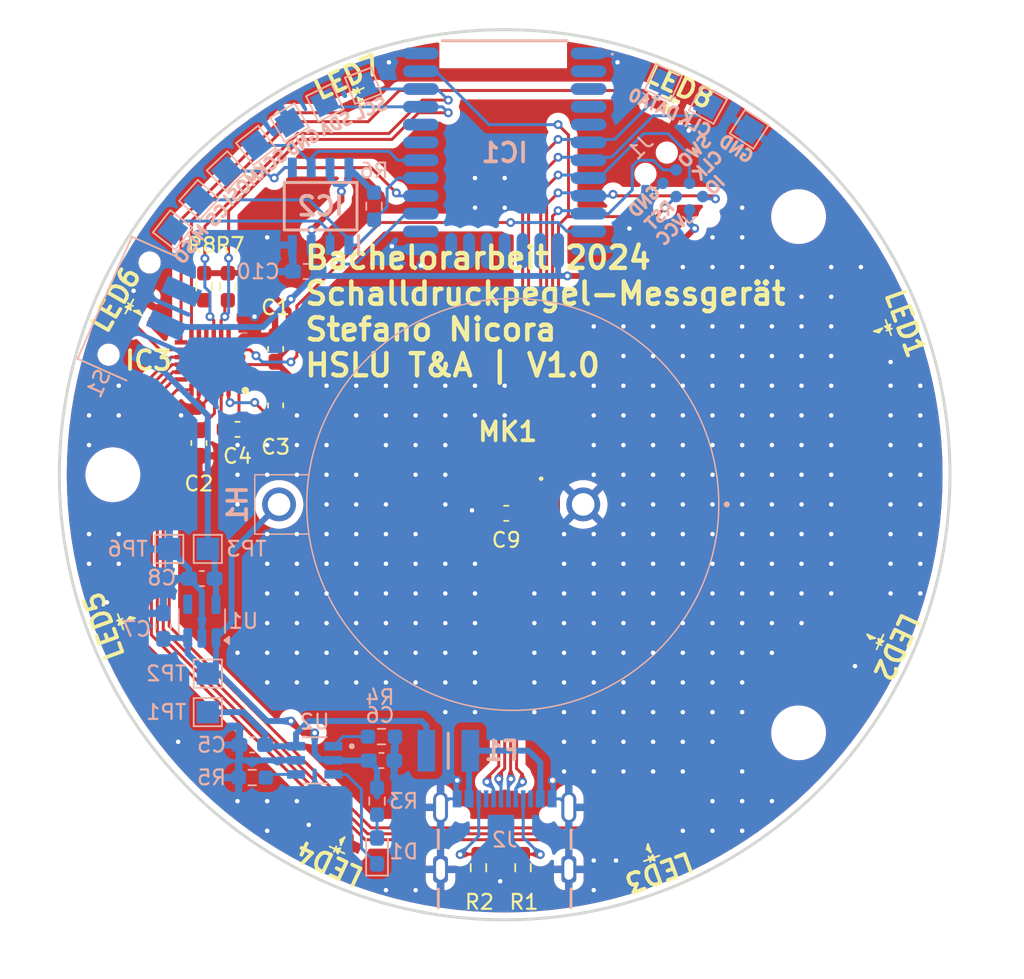
<source format=kicad_pcb>
(kicad_pcb (version 20240108) (generator "pcbnew") (generator_version "8.0")
  (title_block (title "Schalldruckpegelmessgerät") (date "2024-03-10") (rev "1.0") (company "Stefano Nicora") (comment 1 "Hochschule Luzern, Technik & Architektur"))
  (layers (0 "F.Cu" signal) (31 "B.Cu" signal) (34 "B.Paste" user) (35 "F.Paste" user) (36 "B.SilkS" user "B.Silkscreen") (37 "F.SilkS" user "F.Silkscreen") (38 "B.Mask" user) (39 "F.Mask" user) (44 "Edge.Cuts" user))
  (net 0 "")
  (net 1 "GND")
  (net 2 "+3.3V")
  (net 3 "/DRV_VOUT")
  (net 4 "/C1+")
  (net 5 "/C1-")
  (net 6 "/C2+")
  (net 7 "/C2-")
  (net 8 "VCC")
  (net 9 "+BATT")
  (net 10 "Net-(D1-K)")
  (net 11 "Net-(D1-A)")
  (net 12 "/SPI_MISO")
  (net 13 "/SWO")
  (net 17 "/SWDIO")
  (net 18 "/PDM_CLK")
  (net 20 "/SPI_CS")
  (net 21 "/I2S_SCK")
  (net 22 "/I2S_WS")
  (net 23 "/RESET")
  (net 24 "/PDM_DATA0")
  (net 25 "/PDM_DATA1")
  (net 27 "/I2C_SDA")
  (net 28 "/SWCLK")
  (net 29 "/PTI_DATA")
  (net 30 "/SPI_MOSI")
  (net 31 "/DRV_EN")
  (net 34 "/I2S_SD")
  (net 35 "/PTI_FRAME")
  (net 36 "/I2C_SCL")
  (net 37 "/SPI_SCK")
  (net 38 "/LED1")
  (net 39 "/LED3")
  (net 40 "/LED4")
  (net 41 "/LED2")
  (net 44 "/LED5")
  (net 45 "/LED8")
  (net 46 "/LED6")
  (net 47 "/LED7")
  (net 49 "Net-(J2-CC2)")
  (net 50 "Net-(J2-CC1)")
  (net 53 "Net-(U2-TS)")
  (net 54 "Net-(U2-ISET)")
  (net 57 "+3.3")
  (net 58 "Fuse")
  (footprint "BAT_Footprint-Library:LEDM168X110N" (layer "F.Cu") (at 104.536065 32.116329 -155)
    (property "Reference" "LED7")
    (property "Value" "LED_XZCM2CRK53WA-8VF" (hide yes))
  )
  (footprint "BAT_Footprint-Library:LEDM168X110N" (layer "F.Cu") (at 103.230111 81.988726 -25)
    (property "Reference" "LED4")
    (property "Value" "LED_XZCM2CRK53WA-8VF" (hide yes))
  )
  (footprint "BAT_Footprint-Library:LEDM168X110N" (layer "F.Cu") (at 138.877727 68.304888 65)
    (property "Reference" "LED2")
    (property "Value" "LED_XZCM2CRK53WA-8VF" (hide yes))
  )
  (footprint "BAT_Footprint-Library:LEDM168X110N" (layer "F.Cu") (at 139.418674 47.647065 110)
    (property "Reference" "LED1")
    (property "Value" "LED_XZCM2CRK53WA-8VF" (hide yes))
  )
  (footprint "BAT_Footprint-Library:LEDM168X110N" (layer "F.Cu") (at 89.546275 46.34111 -120)
    (property "Reference" "LED6")
    (property "Value" "LED_XZCM2CRK53WA-8VF" (hide yes))
  )
  (footprint "Resistor_SMD:R_0603_1608Metric_Pad0.98x0.95mm_HandSolder" (layer "F.Cu") (at 93.978 44.653 -90)
    (property "Reference" "R8")
    (property "Value" "10k" (hide yes))
  )
  (footprint "BAT_Footprint-Library:LEDM168X110N" (layer "F.Cu") (at 89.005331 66.998934 -70)
    (property "Reference" "LED5")
    (property "Value" "LED_XZCM2CRK53WA-8VF" (hide yes))
  )
  (footprint "BAT_Footprint-Library:LED-Driver-QFN50P400X400X80-25N" (layer "F.Cu") (at 94.378 49.653 180)
    (property "Reference" "IC3")
    (property "Value" "LED-Driver_LP55231SQX_NOPB" (hide yes))
  )
  (footprint "Capacitor_SMD:C_0603_1608Metric_Pad1.08x0.95mm_HandSolder" (layer "F.Cu") (at 98.7955 52.653 -90)
    (property "Reference" "C3")
    (property "Value" "0.47uF" (hide yes))
  )
  (footprint "Resistor_SMD:R_0603_1608Metric_Pad0.98x0.95mm_HandSolder" (layer "F.Cu") (at 112.462 83.8155 90)
    (property "Reference" "R2")
    (property "Value" "5.1k" (hide yes))
  )
  (footprint "Resistor_SMD:R_0603_1608Metric_Pad0.98x0.95mm_HandSolder" (layer "F.Cu") (at 95.578 44.653 -90)
    (property "Reference" "R7")
    (property "Value" "10k" (hide yes))
  )
  (footprint "BAT_Footprint-Library:LEDM168X110N" (layer "F.Cu") (at 123.887935 82.52967 20)
    (property "Reference" "LED3")
    (property "Value" "LED_XZCM2CRK53WA-8VF" (hide yes))
  )
  (footprint "Capacitor_SMD:C_0603_1608Metric_Pad1.08x0.95mm_HandSolder" (layer "F.Cu") (at 93.628 55.1905 -90)
    (property "Reference" "C2")
    (property "Value" "1uF" (hide yes))
  )
  (footprint "BAT_Footprint-Library:LEDM168X110N" (layer "F.Cu") (at 125.19389 32.657273 155)
    (property "Reference" "LED8")
    (property "Value" "LED_XZCM2CRK53WA-8VF" (hide yes))
  )
  (footprint "Resistor_SMD:R_0603_1608Metric_Pad0.98x0.95mm_HandSolder" (layer "F.Cu") (at 115.462 83.8155 90)
    (property "Reference" "R1")
    (property "Value" "5.1k" (hide yes))
  )
  (footprint "BAT_Footprint-Library:MEMS-Mikrofon_ICS41351" (layer "F.Cu") (at 114.333 56.712 90)
    (property "Reference" "MK1")
    (property "Value" "MEMS-Microphone_ICS-41351" (hide yes))
  )
  (footprint "Capacitor_SMD:C_0603_1608Metric_Pad1.08x0.95mm_HandSolder" (layer "F.Cu") (at 96.228 54.269 180)
    (property "Reference" "C4")
    (property "Value" "0.47uF" (hide yes))
  )
  (footprint "Capacitor_SMD:C_0603_1608Metric_Pad1.08x0.95mm_HandSolder" (layer "F.Cu") (at 114.333 59.928 180)
    (property "Reference" "C9")
    (property "Value" "100nF" (hide yes))
  )
  (footprint "Capacitor_SMD:C_0603_1608Metric_Pad1.08x0.95mm_HandSolder" (layer "F.Cu") (at 98.7955 48.853 90)
    (property "Reference" "C1")
    (property "Value" "1uF" (hide yes))
  )
  (footprint "Package_TO_SOT_SMD:SOT-23-5" (layer "B.Cu") (at 93.828 67.1905 90)
    (property "Reference" "U1")
    (property "Value" "MIC5504-3.3YM5" (hide yes))
  )
  (footprint "Capacitor_SMD:C_0603_1608Metric_Pad1.08x0.95mm_HandSolder" (layer "B.Cu") (at 93.828 64.328 180)
    (property "Reference" "C8")
    (property "Value" "1uF" (hide yes))
  )
  (footprint "Capacitor_SMD:C_0603_1608Metric_Pad1.08x0.95mm_HandSolder" (layer "B.Cu") (at 100.828 43.628 180)
    (property "Reference" "C10")
    (property "Value" "100nF" (hide yes))
  )
  (footprint "BAT_Footprint-Library:TestPoint_Pad_1.5x1.5mm" (layer "B.Cu") (at 91.628 62.328 180)
    (property "Reference" "TP6")
    (property "Value" "GND")
  )
  (footprint "Capacitor_SMD:C_0603_1608Metric_Pad1.08x0.95mm_HandSolder" (layer "B.Cu") (at 91.228 67.528 90)
    (property "Reference" "C7")
    (property "Value" "1uF" (hide yes))
  )
  (footprint "BAT_Footprint-Library:TestPoint_Pad_1.5x1.5mm" (layer "B.Cu") (at 94.228 70.728 180)
    (property "Reference" "TP2")
    (property "Value" "+BATT")
  )
  (footprint "LED_SMD:LED_0603_1608Metric_Pad1.05x0.95mm_HandSolder" (layer "B.Cu") (at 105.628 82.683 90)
    (property "Reference" "D1")
    (property "Value" "LED")
  )
  (footprint "BAT_Footprint-Library:BatteryHolder_10257" (layer "B.Cu") (at 119.518 59.328 180)
    (property "Reference" "H1")
    (property "Value" "BatteryHolder_1025-7" (hide yes))
  )
  (footprint "Resistor_SMD:R_0603_1608Metric_Pad0.98x0.95mm_HandSolder" (layer "B.Cu") (at 105.928 74.978)
    (property "Reference" "R4")
    (property "Value" "10k" (hide yes))
  )
  (footprint "BAT_Footprint-Library:TestPoint_Pad_1.5x1.5mm" (layer "B.Cu") (at 104.696504 31.104761 -159)
    (property "Reference" "TP8" (hide yes))
    (property "Value" "SCL" (hide yes))
  )
  (footprint "BAT_Footprint-Library:BGM220PC22WGA2R" (layer "B.Cu") (at 114.228 35.578 180)
    (property "Reference" "IC1")
    (property "Value" "BGM220PC22WGA2R" (hide yes))
  )
  (footprint "MountingHole:MountingHole_3.2mm_M3" (layer "B.Cu") (at 134.028 74.728 180)
    (property "Reference" "H4" (hide yes))
    (property "Value" "MountingHole" (hide yes))
  )
  (footprint "Resistor_SMD:R_0603_1608Metric_Pad0.98x0.95mm_HandSolder" (layer "B.Cu") (at 97.2205 77.7405 180)
    (property "Reference" "R5")
    (property "Value" "10k" (hide yes))
  )
  (footprint "BAT_Footprint-Library:TestPoint_Pad_1.5x1.5mm" (layer "B.Cu") (at 95.495654 36.866216 -137)
    (property "Reference" "TP10" (hide yes))
    (property "Value" "MOSI" (hide yes))
  )
  (footprint "BAT_Footprint-Library:TestPoint_Pad_1.5x1.5mm" (layer "B.Cu") (at 97.465681 35.131569 -142)
    (property "Reference" "TP12" (hide yes))
    (property "Value" "CLK" (hide yes))
  )
  (footprint "BAT_Footprint-Library:TestPoint_Pad_1.5x1.5mm" (layer "B.Cu") (at 102.116098 32.249969 -154)
    (property "Reference" "TP7" (hide yes))
    (property "Value" "SDA" (hide yes))
  )
  (footprint "Capacitor_SMD:C_0603_1608Metric_Pad1.08x0.95mm_HandSolder" (layer "B.Cu") (at 105.928 76.5905)
    (property "Reference" "C6")
    (property "Value" "1uF" (hide yes))
  )
  (footprint "BAT_Footprint-Library:TestPoint_Pad_1.5x1.5mm" (layer "B.Cu") (at 130.703615 34.041567 147)
    (property "Reference" "TP4" (hide yes))
    (property "Value" "GND" (hide yes))
  )
  (footprint "Resistor_SMD:R_0603_1608Metric_Pad0.98x0.95mm_HandSolder" (layer "B.Cu") (at 105.428 39.228 -90)
    (property "Reference" "R6")
    (property "Value" "10k" (hide yes))
  )
  (footprint "MountingHole:MountingHole_3.2mm_M3" (layer "B.Cu") (at 134.028 39.928 180)
    (property "Reference" "H2" (hide yes))
    (property "Value" "MountingHole" (hide yes))
  )
  (footprint "MountingHole:MountingHole_3.2mm_M3" (layer "B.Cu") (at 87.828 57.328 180)
    (property "Reference" "H3" (hide yes))
    (property "Value" "MountingHole" (hide yes))
  )
  (footprint "BAT_Footprint-Library:TestPoint_Pad_1.5x1.5mm" (layer "B.Cu") (at 124.924104 30.89876 156)
    (property "Reference" "TP14" (hide yes))
    (property "Value" "PDM_DATA0" (hide yes))
  )
  (footprint "BAT_Footprint-Library:BatteryManagement_SOT95P280X145-6N" (layer "B.Cu") (at 101.428 76.578 180)
    (property "Reference" "U2")
    (property "Value" "BQ21040DBVR" (hide yes))
  )
  (footprint "BAT_Footprint-Library:TestPoint_Pad_1.5x1.5mm" (layer "B.Cu") (at 99.739151 33.591657 -149)
    (property "Reference" "TP5" (hide yes))
    (property "Value" "GND" (hide yes))
  )
  (footprint "BAT_Footprint-Library:C-K_Switch_JS102011SAQN" (layer "B.Cu") (at 88.928 46.128 66)
    (property "Reference" "S1")
    (property "Value" "JS102011SAQN" (hide yes))
  )
  (footprint "Connector:Tag-Connect_TC2030-IDC-NL_2x03_P1.27mm_Vertical" (layer "B.Cu") (at 126.228 38.128 135)
    (property "Reference" "J1")
    (property "Value" "Conn_ARM_SWD_TagConnect_TC2030-NL" (hide yes))
  )
  (footprint "BAT_Footprint-Library:TestPoint_Pad_1.5x1.5mm" (layer "B.Cu") (at 94.228 62.328 180)
    (property "Reference" "TP3")
    (property "Value" "+3V3")
  )
  (footprint "Resistor_SMD:R_0603_1608Metric_Pad0.98x0.95mm_HandSolder" (layer "B.Cu") (at 105.628 79.328 90)
    (property "Reference" "R3")
    (property "Value" "10k" (hide yes))
  )
  (footprint "BAT_Footprint-Library:EEPROM_SOIC127P600X175-8L" (layer "B.Cu") (at 101.828 39.228 90)
    (property "Reference" "IC2")
    (property "Value" "EEPROM_M95P16-IXMNT_E" (hide yes))
  )
  (footprint "BAT_Footprint-Library:Littlefuse_FUSC3226X100N" (layer "B.Cu") (at 110.428 75.928 180)
    (property "Reference" "F1")
    (property "Value" "Littlefuse_1210L020WR" (hide yes))
  )
  (footprint "BAT_Footprint-Library:TestPoint_Pad_1.5x1.5mm" (layer "B.Cu") (at 93.629103 38.799085 -132)
    (property "Reference" "TP9" (hide yes))
    (property "Value" "CS" (hide yes))
  )
  (footprint "BAT_Footprint-Library:TestPoint_Pad_1.5x1.5mm" (layer "B.Cu") (at 127.928272 32.387038 151)
    (property "Reference" "TP13" (hide yes))
    (property "Value" "PDM_CLK" (hide yes))
  )
  (footprint "Capacitor_SMD:C_0603_1608Metric_Pad1.08x0.95mm_HandSolder" (layer "B.Cu") (at 97.2205 75.5405 180)
    (property "Reference" "C5")
    (property "Value" "1uF" (hide yes))
  )
  (footprint "BAT_Footprint-Library:TestPoint_Pad_1.5x1.5mm" (layer "B.Cu") (at 94.228 73.328 180)
    (property "Reference" "TP1")
    (property "Value" "VCC")
  )
  (footprint "BAT_Footprint-Library:TestPoint_Pad_1.5x1.5mm" (layer "B.Cu") (at 91.864282 40.830195 -128)
    (property "Reference" "TP11" (hide yes))
    (property "Value" "MISO" (hide yes))
  )
  (footprint "BAT_Footprint-Library:GCT_USB4105-GF-A-060" (layer "B.Cu") (at 114.228 83.928 180)
    (property "Reference" "J2")
    (property "Value" "USB4105-GF-A-060" (hide yes))
  )
  (gr_circle (center 114.228 57.328) (end 144.228 57.328) (stroke (width 0.2)) (fill none) (layer "Edge.Cuts"))
  (gr_text "GND" (at 99.728 36.028 31) (layer "B.SilkS") (effects (font (size 0.8 0.8) (thickness 0.2) (bold yes)) (justify right bottom mirror)))
  (gr_text "IO" (at 129.269421 37.625057 45) (layer "B.SilkS") (effects (font (size 0.8 0.8) (thickness 0.2) (bold yes)) (justify left bottom mirror)))
  (gr_text "MOSI" (at 95.728 39.428 43) (layer "B.SilkS") (effects (font (size 0.8 0.8) (thickness 0.2) (bold yes)) (justify right bottom mirror)))
  (gr_text "GND" (at 128.428 35.028 -33) (layer "B.SilkS") (effects (font (size 0.8 0.8) (thickness 0.2) (bold yes)) (justify right bottom mirror)))
  (gr_text "VCC" (at 124.909476 42.074657 45) (layer "B.SilkS") (effects (font (size 0.8 0.8) (thickness 0.2) (bold yes)) (justify right bottom mirror)))
  (gr_text "SDA" (at 101.928 34.628 24.5) (layer "B.SilkS") (effects (font (size 0.8 0.8) (thickness 0.2) (bold yes)) (justify right bottom mirror)))
  (gr_text "SCL" (at 104.228 33.528 21) (layer "B.SilkS") (effects (font (size 0.8 0.8) (thickness 0.2) (bold yes)) (justify right bottom mirror)))
  (gr_text "SCK" (at 97.728 37.528 38) (layer "B.SilkS") (effects (font (size 0.8 0.8) (thickness 0.2) (bold yes)) (justify right bottom mirror)))
  (gr_text "DATA0" (at 122.328 32.028 -24) (layer "B.SilkS") (effects (font (size 0.8 0.8) (thickness 0.2) (bold yes)) (justify right bottom mirror)))
  (gr_text "GND" (at 123.027158 40.192339 45) (layer "B.SilkS") (effects (font (size 0.8 0.8) (thickness 0.2) (bold yes)) (justify right bottom mirror)))
  (gr_text "CLK" (at 129.128 35.928 45) (layer "B.SilkS") (effects (font (size 0.8 0.8) (thickness 0.2) (bold yes)) (justify left bottom mirror)))
  (gr_text "SWO" (at 128.350183 34.86734 45) (layer "B.SilkS") (effects (font (size 0.8 0.8) (thickness 0.2) (bold yes)) (justify left bottom mirror)))
  (gr_text "MISO" (at 92.528 43.328 52) (layer "B.SilkS") (effects (font (size 0.8 0.8) (thickness 0.2) (bold yes)) (justify right bottom mirror)))
  (gr_text "CLK" (at 125.728 33.528 -29) (layer "B.SilkS") (effects (font (size 0.8 0.8) (thickness 0.2) (bold yes)) (justify right bottom mirror)))
  (gr_text "CS" (at 94.628 40.828 48) (layer "B.SilkS") (effects (font (size 0.8 0.8) (thickness 0.2) (bold yes)) (justify right bottom mirror)))
  (gr_text "RST" (at 124.158529 41.040867 45) (layer "B.SilkS") (effects (font (size 0.8 0.8) (thickness 0.2) (bold yes)) (justify right bottom mirror)))
  (gr_text "Bachelorarbeit 2024\nSchalldruckpegel-Messgerät\nStefano Nicora\nHSLU T&A | V1.0\n" (at 100.628 50.828 -0) (layer "F.SilkS") (effects (font (size 1.5 1.5) (thickness 0.3) (bold yes)) (justify left bottom)))
  (segment (start 94.128 52.328) (end 93.928 52.528) (width 0.2) (layer "F.Cu") (net 1))
  (segment (start 125.918936 32.995368) (end 125.995368 32.995368) (width 0.2) (layer "F.Cu") (net 1))
  (segment (start 102.505065 81.650631) (end 101.750631 81.650631) (width 0.2) (layer "F.Cu") (net 1))
  (segment (start 97.373 47.9905) (end 96.5905 47.9905) (width 0.4) (layer "F.Cu") (net 1))
  (segment (start 88.731715 66.24718) (end 87.74718 66.24718) (width 0.2) (layer "F.Cu") (net 1))
  (segment (start 114.228 57.328) (end 114.228 56.728) (width 0.4) (layer "F.Cu") (net 1))
  (segment (start 138.539632 69.029934) (end 138.426066 69.029934) (width 0.2) (layer "F.Cu") (net 1))
  (segment (start 94.128 51.603) (end 94.128 52.328) (width 0.2) (layer "F.Cu") (net 1))
  (segment (start 137.828 69.628) (end 137.828 70.228) (width 0.2) (layer "F.Cu") (net 1))
  (segment (start 87.74718 66.24718) (end 87.428 65.928) (width 0.2) (layer "F.Cu") (net 1))
  (segment (start 113.4705 59.928) (end 112.228 59.928) (width 0.4) (layer "F.Cu") (net 1))
  (segment (start 125.995368 32.995368) (end 126.328 33.328) (width 0.2) (layer "F.Cu") (net 1))
  (segment (start 89.946275 45.64829) (end 89.946275 45.646275) (width 0.2) (layer "F.Cu") (net 1))
  (segment (start 126.328 33.328) (end 126.328 33.828) (width 0.2) (layer "F.Cu") (net 1))
  (segment (start 113.228 57.596) (end 113.96 57.596) (width 0.4) (layer "F.Cu") (net 1))
  (segment (start 94.628 49.403) (end 94.378 49.653) (width 0.2) (layer "F.Cu") (net 1))
  (segment (start 94.128 49.903) (end 94.378 49.653) (width 0.2) (layer "F.Cu") (net 1))
  (segment (start 93.628 52.128) (end 92.428 53.328) (width 0.2) (layer "F.Cu") (net 1))
  (segment (start 113.228 56.712) (end 114.212 56.712) (width 0.2) (layer "F.Cu") (net 1))
  (segment (start 93.628 50.403) (end 94.378 49.653) (width 0.2) (layer "F.Cu") (net 1))
  (segment (start 139.657181 48.398819) (end 139.628 48.428) (width 0.2) (layer "F.Cu") (net 1))
  (segment (start 114.212 56.712) (end 114.228 56.728) (width 0.2) (layer "F.Cu") (net 1))
  (segment (start 123.060895 82.728) (end 122.328 82.728) (width 0.2) (layer "F.Cu") (net 1))
  (segment (start 139.628 48.428) (end 139.628 49.128) (width 0.2) (layer "F.Cu") (net 1))
  (segment (start 139.69229 48.398819) (end 139.657181 48.398819) (width 0.2) (layer "F.Cu") (net 1))
  (segment (start 112.462 84.728) (end 113.928 84.728) (width 0.2) (layer "F.Cu") (net 1))
  (segment (start 93.528 52.228) (end 93.628 52.128) (width 0.2) (layer "F.Cu") (net 1))
  (segment (start 126.328 33.828) (end 126.628 34.128) (width 0.2) (layer "F.Cu") (net 1))
  (segment (start 93.628 51.603) (end 93.628 52.128) (width 0.2) (layer "F.Cu") (net 1))
  (segment (start 113.4705 59.928) (end 113.4705 57.8385) (width 0.4) (layer "F.Cu") (net 1))
  (segment (start 97.373 47.9905) (end 97.373 46.669) (width 0.4) (layer "F.Cu") (net 1))
  (segment (start 114.228 56.128) (end 113.928 55.828) (width 0.4) (layer "F.Cu") (net 1))
  (segment (start 94.128 51.603) (end 94.128 49.903) (width 0.2) (layer "F.Cu") (net 1))
  (segment (start 89.946275 45.646275) (end 89.228 44.928) (width 0.2) (layer "F.Cu") (net 1))
  (segment (start 112.228 59.928) (end 112.028 59.728) (width 0.4) (layer "F.Cu") (net 1))
  (segment (start 96.328 48.403) (end 96.303 48.428) (width 0.2) (layer "F.Cu") (net 1))
  (segment (start 123.136181 82.803286) (end 123.060895 82.728) (width 0.2) (layer "F.Cu") (net 1))
  (segment (start 113.928 55.828) (end 113.228 55.828) (width 0.4) (layer "F.Cu") (net 1))
  (segment (start 96.5905 47.9905) (end 96.328 48.253) (width 0.4) (layer "F.Cu") (net 1))
  (segment (start 113.4705 57.8385) (end 113.228 57.596) (width 0.4) (layer "F.Cu") (net 1))
  (segment (start 93.928 52.528) (end 93.828 52.528) (width 0.2) (layer "F.Cu") (net 1))
  (segment (start 96.328 49.403) (end 94.628 49.403) (width 0.2) (layer "F.Cu") (net 1))
  (segment (start 139.628 49.128) (end 140.228 49.728) (width 0.2) (layer "F.Cu") (net 1))
  (segment (start 93.628 51.603) (end 93.628 50.403) (width 0.2) (layer "F.Cu") (net 1))
  (segment (start 138.426066 69.029934) (end 137.828 69.628) (width 0.2) (layer "F.Cu") (net 1))
  (segment (start 101.750631 81.650631) (end 101.028 80.928) (width 0.2) (layer "F.Cu") (net 1))
  (segment (start 115.462 84.728) (end 113.928 84.728) (width 0.2) (layer "F.Cu") (net 1))
  (segment (start 95.603 48.428) (end 94.378 49.653) (width 0.2) (layer "F.Cu") (net 1))
  (segment (start 98.7955 47.9905) (end 97.373 47.9905) (width 0.4) (layer "F.Cu") (net 1))
  (segment (start 113.96 57.596) (end 114.228 57.328) (width 0.4) (layer "F.Cu") (net 1))
  (segment (start 114.228 56.728) (end 114.228 56.128) (width 0.4) (layer "F.Cu") (net 1))
  (segment (start 93.828 52.528) (end 93.528 52.228) (width 0.2) (layer "F.Cu") (net 1))
  (segment (start 122.328 82.728) (end 121.728 83.328) (width 0.2) (layer "F.Cu") (net 1))
  (segment (start 96.303 48.428) (end 95.603 48.428) (width 0.2) (layer "F.Cu") (net 1))
  (via (at 87.428 65.928) (size 0.6) (drill 0.3) (layers "F.Cu" "B.Cu") (net 1))
  (via (at 120.228 53.328) (size 0.6) (drill 0.3) (layers "F.Cu" "B.Cu") (net 1))
  (via (at 88.228 53.328) (size 0.6) (drill 0.3) (layers "F.Cu" "B.Cu") (net 1))
  (via (at 124.228 53.328) (size 0.6) (drill 0.3) (layers "F.Cu" "B.Cu") (net 1))
  (via (at 121.728 83.328) (size 0.6) (drill 0.3) (layers "F.Cu" "B.Cu") (net 1))
  (via (at 110.228 73.328) (size 0.6) (drill 0.3) (layers "F.Cu" "B.Cu") (net 1))
  (via (at 136.228 51.328) (size 0.6) (drill 0.3) (layers "F.Cu" "B.Cu") (net 1))
  (via (at 128.228 59.328) (size 0.6) (drill 0.3) (layers "F.Cu" "B.Cu") (net 1))
  (via (at 136.228 59.328) (size 0.6) (drill 0.3) (layers "F.Cu" "B.Cu") (net 1))
  (via (at 116.228 65.328) (size 0.6) (drill 0.3) (layers "F.Cu" "B.Cu") (net 1))
  (via (at 124.228 59.328) (size 0.6) (drill 0.3) (layers "F.Cu" "B.Cu") (net 1))
  (via (at 106.228 63.328) (size 0.6) (drill 0.3) (layers "F.Cu" "B.Cu") (net 1))
  (via (at 120.228 75.328) (size 0.6) (drill 0.3) (layers "F.Cu" "B.Cu") (net 1))
  (via (at 110.228 51.328) (size 0.6) (drill 0.3) (layers "F.Cu" "B.Cu") (net 1))
  (via (at 97.373 46.669) (size 0.6) (drill 0.3) (layers "F.Cu" "B.Cu") (net 1))
  (via (at 122.228 61.328) (size 0.6) (drill 0.3) (layers "F.Cu" "B.Cu") (net 1))
  (via (at 98.228 67.328) (size 0.6) (drill 0.3) (layers "F.Cu" "B.Cu") (net 1))
  (via (at 86.228 63.328) (size 0.6) (drill 0.3) (layers "F.Cu" "B.Cu") (net 1))
  (via (at 114.228 53.328) (size 0.6) (drill 0.3) (layers "F.Cu" "B.Cu") (net 1))
  (via (at 126.228 61.328) (size 0.6) (drill 0.3) (layers "F.Cu" "B.Cu") (net 1))
  (via (at 130.228 51.328) (size 0.6) (drill 0.3) (layers "F.Cu" "B.Cu") (net 1))
  (via (at 136.228 61.328) (size 0.6) (drill 0.3) (layers "F.Cu" "B.Cu") (net 1))
  (via (at 142.228 57.328) (size 0.6) (drill 0.3) (layers "F.Cu" "B.Cu") (net 1))
  (via (at 128.228 75.328) (size 0.6) (drill 0.3) (layers "F.Cu" "B.Cu") (net 1))
  (via (at 122.228 71.328) (size 0.6) (drill 0.3) (layers "F.Cu" "B.Cu") (net 1))
  (via (at 98.228 63.328) (size 0.6) (drill 0.3) (layers "F.Cu" "B.Cu") (net 1))
  (via (at 136.228 47.328) (size 0.6) (drill 0.3) (layers "F.Cu" "B.Cu") (net 1))
  (via (at 96.228 69.328) (size 0.6) (drill 0.3) (layers "F.Cu" "B.Cu") (net 1))
  (via (at 128.228 41.328) (size 0.6) (drill 0.3) (layers "F.Cu" "B.Cu") (net 1))
  (via (at 108.228 63.328) (size 0.6) (drill 0.3) (layers "F.Cu" "B.Cu") (net 1))
  (via (at 118.228 75.328) (size 0.6) (drill 0.3) (layers "F.Cu" "B.Cu") (net 1))
  (via (at 112.228 69.328) (size 0.6) (drill 0.3) (layers "F.Cu" "B.Cu") (net 1))
  (via (at 140.228 49.728) (size 0.6) (drill 0.3) (layers "F.Cu" "B.Cu") (net 1))
  (via (at 132.228 57.328) (size 0.6) (drill 0.3) (layers "F.Cu" "B.Cu") (net 1))
  (via (at 132.228 49.328) (size 0.6) (drill 0.3) (layers "F.Cu" "B.Cu") (net 1))
  (via (at 142.228 51.328) (size 0.6) (drill 0.3) (layers "F.Cu" "B.Cu") (net 1))
  (via (at 113.928 84.728) (size 0.6) (drill 0.3) (layers "F.Cu" "B.Cu") (net 1))
  (via (at 124.228 57.328) (size 0.6) (drill 0.3) (layers "F.Cu" "B.Cu") (net 1))
  (via (at 126.228 47.328) (size 0.6) (drill 0.3) (layers "F.Cu" "B.Cu") (net 1))
  (via (at 126.228 57.328) (size 0.6) (drill 0.3) (layers "F.Cu" "B.Cu") (net 1))
  (via (at 118.228 61.328) (size 0.6) (drill 0.3) (layers "F.Cu" "B.Cu") (net 1))
  (via (at 130.228 63.328) (size 0.6) (drill 0.3) (layers "F.Cu" "B.Cu") (net 1))
  (via (at 106.228 67.328) (size 0.6) (drill 0.3) (layers "F.Cu" "B.Cu") (net 1))
  (via (at 122.228 75.328) (size 0.6) (drill 0.3) (layers "F.Cu" "B.Cu") (net 1))
  (via (at 117.428 77.928) (size 0.6) (drill 0.3) (layers "F.Cu" "B.Cu") (net 1))
  (via (at 110.228 53.328) (size 0.6) (drill 0.3) (layers "F.Cu" "B.Cu") (net 1))
  (via (at 124.228 75.328) (size 0.6) (drill 0.3) (layers "F.Cu" "B.Cu") (net 1))
  (via (at 130.228 53.328) (size 0.6) (drill 0.3) (layers "F.Cu" "B.Cu") (net 1))
  (via (at 98.228 69.328) (size 0.6) (drill 0.3) (layers "F.Cu" "B.Cu") (net 1))
  (via (at 140.228 63.328) (size 0.6) (drill 0.3) (layers "F.Cu" "B.Cu") (net 1))
  (via (at 96.228 59.328) (size 0.6) (drill 0.3) (layers "F.Cu" "B.Cu") (net 1))
  (via (at 88.228 51.328) (size 0.6) (drill 0.3) (layers "F.Cu" "B.Cu") (net 1))
  (via (at 134.228 49.328) (size 0.6) (drill 0.3) (layers "F.Cu" "B.Cu") (net 1))
  (via (at 106.228 65.328) (size 0.6) (drill 0.3) (layers "F.Cu" "B.Cu") (net 1))
  (via (at 110.228 67.328) (size 0.6) (drill 0.3) (layers "F.Cu" "B.Cu") (net 1))
  (via (at 130.228 79.328) (size 0.6) (drill 0.3) (layers "F.Cu" "B.Cu") (net 1))
  (via (at 122.628 40.728) (size 0.6) (drill 0.3) (layers "F.Cu" "B.Cu") (net 1))
  (via (at 108.228 57.328) (size 0.6) (drill 0.3) (layers "F.Cu" "B.Cu") (net 1))
  (via (at 136.228 43.328) (size 0.6) (drill 0.3) (layers "F.Cu" "B.Cu") (net 1))
  (via (at 102.228 63.328) (size 0.6) (drill 0.3) (layers "F.Cu" "B.Cu") (net 1))
  (via (at 118.228 63.328) (size 0.6) (drill 0.3) (layers "F.Cu" "B.Cu") (net 1))
  (via (at 120.228 67.328) (size 0.6) (drill 0.3) (layers "F.Cu" "B.Cu") (net 1))
  (via (at 120.228 61.328) (size 0.6) (drill 0.3) (layers "F.Cu" "B.Cu") (net 1))
  (via (at 124.228 73.328) (size 0.6) (drill 0.3) (layers "F.Cu" "B.Cu") (net 1))
  (via (at 101.028 80.928) (size 0.6) (drill 0.3) (layers "F.Cu" "B.Cu") (net 1))
  (via (at 102.228 69.328) (size 0.6) (drill 0.3) (layers "F.Cu" "B.Cu") (net 1))
  (via (at 126.228 53.328) (size 0.6) (drill 0.3) (layers "F.Cu" "B.Cu") (net 1))
  (via (at 120.228 71.328) (size 0.6) (drill 0.3) (layers "F.Cu" "B.Cu") (net 1))
  (via (at 102.228 71.328) (size 0.6) (drill 0.3) (layers "F.Cu" "B.Cu") (net 1))
  (via (at 126.228 59.328) (size 0.6) (drill 0.3) (layers "F.Cu" "B.Cu") (net 1))
  (via (at 142.228 65.328) (size 0.6) (drill 0.3) (layers "F.Cu" "B.Cu") (net 1))
  (via (at 100.228 67.328) (size 0.6) (drill 0.3) (layers "F.Cu" "B.Cu") (net 1))
  (via (at 126.228 65.328) (size 0.6) (drill 0.3) (layers "F.Cu" "B.Cu") (net 1))
  (via (at 124.228 65.328) (size 0.6) (drill 0.3) (layers "F.Cu" "B.Cu") (net 1))
  (via (at 100.228 69.328) (size 0.6) (drill 0.3) (layers "F.Cu" "B.Cu") (net 1))
  (via (at 104.228 59.328) (size 0.6) (drill 0.3) (layers "F.Cu" "B.Cu") (net 1))
  (via (at 126.228 77.328) (size 0.6) (drill 0.3) (layers "F.Cu" "B.Cu") (net 1))
  (via (at 112.228 37.328) (size 0.6) (drill 0.3) (layers "F.Cu" "B.Cu") (net 1))
  (via (at 128.228 67.328) (size 0.6) (drill 0.3) (layers "F.Cu" "B.Cu") (net 1))
  (via (at 124.228 69.328) (size 0.6) (drill 0.3) (layers "F.Cu" "B.Cu") (net 1))
  (via (at 108.228 85.328) (size 0.6) (drill 0.3) (layers "F.Cu" "B.Cu") (net 1))
  (via (at 92.428 53.328) (size 0.6) (drill 0.3) (layers "F.Cu" "B.Cu") (net 1))
  (via (at 130.228 57.328) (size 0.6) (drill 0.3) (layers "F.Cu" "B.Cu") (net 1))
  (via (at 118.228 77.328) (size 0.6) (drill 0.3) (layers "F.Cu" "B.Cu") (net 1))
  (via (at 102.228 65.328) (size 0.6) (drill 0.3) (layers "F.Cu" "B.Cu") (net 1))
  (via (at 110.228 71.328) (size 0.6) (drill 0.3) (layers "F.Cu" "B.Cu") (net 1))
  (via (at 122.228 57.328) (size 0.6) (drill 0.3) (layers "F.Cu" "B.Cu") (net 1))
  (via (at 118.228 65.328) (size 0.6) (drill 0.3) (layers "F.Cu" "B.Cu") (net 1))
  (via (at 102.228 51.328) (size 0.6) (drill 0.3) (layers "F.Cu" "B.Cu") (net 1))
  (via (at 132.228 79.328) (size 0.6) (drill 0.3) (layers "F.Cu" "B.Cu") (net 1))
  (via (at 98.228 55.328) (size 0.6) (drill 0.3) (layers "F.Cu" "B.Cu") (net 1))
  (via (at 96.228 57.328) (size 0.6) (drill 0.3) (layers "F.Cu" "B.Cu") (net 1))
  (via (at 126.228 81.328) (size 0.6) (drill 0.3) (layers "F.Cu" "B.Cu") (net 1))
  (via (at 128.228 51.328) (size 0.6) (drill 0.3) (layers "F.Cu" "B.Cu") (net 1))
  (via (at 112.228 73.328) (size 0.6) (drill 0.3) (layers "F.Cu" "B.Cu") (net 1))
  (via (at 100.228 61.328) (size 0.6) (drill 0.3) (layers "F.Cu" "B.Cu") (net 1))
  (via (at 128.228 69.328) (size 0.6) (drill 0.3) (layers "F.Cu" "B.Cu") (net 1))
  (via (at 124.228 49.328) (size 0.6) (drill 0.3) (layers "F.Cu" "B.Cu") (net 1))
  (via (at 142.228 59.328) (size 0.6) (drill 0.3) (layers "F.Cu" "B.Cu") (net 1))
  (via (at 130.228 67.328) (size 0.6) (drill 0.3) (layers "F.Cu" "B.Cu") (net 1))
  (via (at 132.228 67.328) (size 0.6) (drill 0.3) (layers "F.Cu" "B.Cu") (net 1))
  (via (at 106.228 61.328) (size 0.6) (drill 0.3) (layers "F.Cu" "B.Cu") (net 1))
  (via (at 122.228 63.328) (size 0.6) (drill 0.3) (layers "F.Cu" "B.Cu") (net 1))
  (via (at 120.228 83.328) (size 0.6) (drill 0.3) (layers "F.Cu" "B.Cu") (net 1))
  (via (at 100.228 55.328) (size 0.6) (drill 0.3) (layers "F.Cu" "B.Cu") (net 1))
  (via (at 132.228 55.328) (size 0.6) (drill 0.3) (layers "F.Cu" "B.Cu") (net 1))
  (via (at 126.228 71.328) (size 0.6) (drill 0.3) (layers "F.Cu" "B.Cu") (net 1))
  (via (at 142.228 53.328) (size 0.6) (drill 0.3) (layers "F.Cu" "B.Cu") (net 1))
  (via (at 140.228 53.328) (size 0.6) (drill 0.3) (layers "F.Cu" "B.Cu") (net 1))
  (via (at 126.228 55.328) (size 0.6) (drill 0.3) (layers "F.Cu" "B.Cu") (net 1))
  (via (at 128.228 49.328) (size 0.6) (drill 0.3) (layers "F.Cu" "B.Cu") (net 1))
  (via (at 126.228 69.328) (size 0.6) (drill 0.3) (layers "F.Cu" "B.Cu") (net 1))
  (via (at 116.228 73.328) (size 0.6) (drill 0.3) (layers "F.Cu" "B.Cu") (net 1))
  (via (at 114.228 51.328) (size 0.6) (drill 0.3) (layers "F.Cu" "B.Cu") (net 1))
  (via (at 132.228 47.328) (size 0.6) (drill 0.3) (layers "F.Cu" "B.Cu") (net 1))
  (via (at 108.228 51.328) (size 0.6) (drill 0.3) (layers "F.Cu" "B.Cu") (net 1))
  (via (at 132.228 51.328) (size 0.6) (drill 0.3) (layers "F.Cu" "B.Cu") (net 1))
  (via (at 104.228 67.328) (size 0.6) (drill 0.3) (layers "F.Cu" "B.Cu") (net 1))
  (via (at 112.028 59.728) (size 0.6) (drill 0.3) (layers "F.Cu" "B.Cu") (net 1))
  (via (at 122.228 47.328) (size 0.6) (drill 0.3) (layers "F.Cu" "B.Cu") (net 1))
  (via (at 140.228 59.328) (size 0.6) (drill 0.3) (layers "F.Cu" "B.Cu") (net 1))
  (via (at 122.228 65.328) (size 0.6) (drill 0.3) (layers "F.Cu" "B.Cu") (net 1))
  (via (at 130.228 69.328) (size 0.6) (drill 0.3) (layers "F.Cu" "B.Cu") (net 1))
  (via (at 100.228 57.328) (size 0.6) (drill 0.3) (layers "F.Cu" "B.Cu") (net 1))
  (via (at 122.228 77.328) (size 0.6) (drill 0.3) (layers "F.Cu" "B.Cu") (net 1))
  (via (at 130.228 61.328) (size 0.6) (drill 0.3) (layers "F.Cu" "B.Cu") (net 1))
  (via (at 124.228 55.328) (size 0.6) (drill 0.3) (layers "F.Cu" "B.Cu") (net 1))
  (via (at 128.228 71.328) (size 0.6) (drill 0.3) (layers "F.Cu" "B.Cu") (net 1))
  (via (at 132.228 61.328) (size 0.6) (drill 0.3) (layers "F.Cu" "B.Cu") (net 1))
  (via (at 98.228 65.328) (size 0.6) (drill 0.3) (layers "F.Cu" "B.Cu") (net 1))
  (via (at 134.228 63.328) (size 0.6) (drill 0.3) (layers "F.Cu" "B.Cu") (net 1))
  (via (at 136.228 65.328) (size 0.6) (drill 0.3) (layers "F.Cu" "B.Cu") (net 1))
  (via (at 114.228 39.328) (size 0.6) (drill 0.3) (layers "F.Cu" "B.Cu") (net 1))
  (via (at 128.228 73.328) (size 0.6) (drill 0.3) (layers "F.Cu" "B.Cu") (net 1))
  (via (at 98.228 61.328) (size 0.6) (drill 0.3) (layers "F.Cu" "B.Cu") (net 1))
  (via (at 134.228 67.328) (size 0.6) (drill 0.3) (layers "F.Cu" "B.Cu") (net 1))
  (via (at 124.228 71.328) (size 0.6) (drill 0.3) (layers "F.Cu" "B.Cu") (net 1))
  (via (at 137.828 70.228) (size 0.6) (drill 0.3) (layers "F.Cu" "B.Cu") (net 1))
  (via (at 92.228 75.328) (size 0.6) (drill 0.3) (layers "F.Cu" "B.Cu") (net 1))
  (via (at 104.228 61.328) (size 0.6) (drill 0.3) (layers "F.Cu" "B.Cu") (net 1))
  (via (at 98.228 41.328) (size 0.6) (drill 0.3) (layers "F.Cu" "B.Cu") (net 1))
  (via (at 126.228 49.328) (size 0.6) (drill 0.3) (layers "F.Cu" "B.Cu") (net 1))
  (via (at 122.228 49.328) (size 0.6) (drill 0.3) (layers "F.Cu" "B.Cu") (net 1))
  (via (at 136.228 45.328) (size 0.6) (drill 0.3) (layers "F.Cu" "B.Cu") (net 1))
  (via (at 130.228 47.328) (size 0.6) (drill 0.3) (layers "F.Cu" "B.Cu") (net 1))
  (via (at 128.228 47.328) (size 0.6) (drill 0.3) (layers "F.Cu" "B.Cu") (net 1))
  (via (at 112.228 39.328) (size 0.6) (drill 0.3) (layers "F.Cu" "B.Cu") (net 1))
  (via (at 98.228 79.328) (size 0.6) (drill 0.3) (layers "F.Cu" "B.Cu") (net 1))
  (via (at 134.228 57.328) (size 0.6) (drill 0.3) (layers "F.Cu" "B.Cu") (net 1))
  (via (at 120.228 57.328) (size 0.6) (drill 0.3) (layers "F.Cu" "B.Cu") (net 1))
  (via (at 106.228 71.328) (size 0.6) (drill 0.3) (layers "F.Cu" "B.Cu") (net 1))
  (via (at 106.228 53.328) (size 0.6) (drill 0.3) (layers "F.Cu" "B.Cu") (net 1))
  (via (at 102.228 55.328) (size 0.6) (drill 0.3) (layers "F.Cu" "B.Cu") (net 1))
  (via (at 120.228 63.328) (size 0.6) (drill 0.3) (layers "F.Cu" "B.Cu") (net 1))
  (via (at 130.228 41.328) (size 0.6) (drill 0.3) (layers "F.Cu" "B.Cu") (net 1))
  (via (at 136.228 63.328) (size 0.6) (drill 0.3) (layers "F.Cu" "B.Cu") (net 1))
  (via (at 132.228 65.328) (size 0.6) (drill 0.3) (layers "F.Cu" "B.Cu") (net 1))
  (via (at 124.228 77.328) (size 0.6) (drill 0.3) (layers "F.Cu" "B.Cu") (net 1))
  (via (at 140.228 65.328) (size 0.6) (drill 0.3) (layers "F.Cu" "B.Cu") (net 1))
  (via (at 96.228 79.328) (size 0.6) (drill 0.3) (layers "F.Cu" "B.Cu") (net 1))
  (via (at 120.228 51.328) (size 0.6) (drill 0.3) (layers "F.Cu" "B.Cu") (net 1))
  (via (at 122.228 59.328) (size 0.6) (drill 0.3) (layers "F.Cu" "B.Cu") (net 1))
  (via (at 128.228 79.328) (size 0.6) (drill 0.3) (layers "F.Cu" "B.Cu") (net 1))
  (via (at 98.228 81.328) (size 0.6) (drill 0.3) (layers "F.Cu" "B.Cu") (net 1))
  (via (at 104.228 69.328) (size 0.6) (drill 0.3) (layers "F.Cu" "B.Cu") (net 1))
  (via (at 102.228 67.328) (size 0.6) (drill 0.3) (layers "F.Cu" "B.Cu") (net 1))
  (via (at 130.228 55.328) (size 0.6) (drill 0.3) (layers "F.Cu" "B.Cu") (net 1))
  (via (at 126.628 34.128) (size 0.6) (drill 0.3) (layers "F.Cu" "B.Cu") (net 1))
  (via (at 122.228 55.328) (size 0.6) (drill 0.3) (layers "F.Cu" "B.Cu") (net 1))
  (via (at 124.228 51.328) (size 0.6) (drill 0.3) (layers "F.Cu" "B.Cu") (net 1))
  (via (at 132.228 63.328) (size 0.6) (drill 0.3) (layers "F.Cu" "B.Cu") (net 1))
  (via (at 120.228 73.328) (size 0.6) (drill 0.3) (layers "F.Cu" "B.Cu") (net 1))
  (via (at 118.228 69.328) (size 0.6) (drill 0.3) (layers "F.Cu" "B.Cu") (net 1))
  (via (at 128.228 81.328) (size 0.6) (drill 0.3) (layers "F.Cu" "B.Cu") (net 1))
  (via (at 108.228 53.328) (size 0.6) (drill 0.3) (layers "F.Cu" "B.Cu") (net 1))
  (via (at 128.228 53.328) (size 0.6) (drill 0.3) (layers "F.Cu" "B.Cu") (net 1))
  (via (at 140.228 61.328) (size 0.6) (drill 0.3) (layers "F.Cu" "B.Cu") (net 1))
  (via (at 134.228 51.328) (size 0.6) (drill 0.3) (layers "F.Cu" "B.Cu") (net 1))
  (via (at 128.228 65.328) (size 0.6) (drill 0.3) (layers "F.Cu" "B.Cu") (net 1))
  (via (at 102.228 61.328) (size 0.6) (drill 0.3) (layers "F.Cu" "B.Cu") (net 1))
  (via (at 96.228 55.328) (size 0.6) (drill 0.3) (layers "F.Cu" "B.Cu") (net 1))
  (via (at 132.228 53.328) (size 0.6) (drill 0.3) (layers "F.Cu" "B.Cu") (net 1))
  (via (at 104.228 57.328) (size 0.6) (drill 0.3) (layers "F.Cu" "B.Cu") (net 1))
  (via (at 130.228 39.328) (size 0.6) (drill 0.3) (layers "F.Cu" "B.Cu") (net 1))
  (via (at 120.228 65.328) (size 0.6) (drill 0.3) (layers "F.Cu" "B.Cu") (net 1))
  (via (at 98.228 57.328) (size 0.6) (drill 0.3) (layers "F.Cu" "B.Cu") (net 1))
  (via (at 108.228 67.328) (size 0.6) (drill 0.3) (layers "F.Cu" "B.Cu") (net 1))
  (via (at 112.228 63.328) (size 0.6) (drill 0.3) (layers "F.Cu" "B.Cu") (net 1))
  (via (at 122.228 69.328) (size 0.6) (drill 0.3) (layers "F.Cu" "B.Cu") (net 1))
  (via (at 88.228 61.328) (size 0.6) (drill 0.3) (layers "F.Cu" "B.Cu") (net 1))
  (via (at 86.228 55.328) (size 0.6) (drill 0.3) (layers "F.Cu" "B.Cu") (net 1))
  (via (at 126.228 73.328) (size 0.6) (drill 0.3) (layers "F.Cu" "B.Cu") (net 1))
  (via (at 128.228 55.328) (size 0.6) (drill 0.3) (layers "F.Cu" "B.Cu") (net 1))
  (via (at 134.228 59.328) (size 0.6) (drill 0.3) (layers "F.Cu" "B.Cu") (net 1))
  (via (at 104.228 53.328) (size 0.6) (drill 0.3) (layers "F.Cu" "B.Cu") (net 1))
  (via (at 136.228 55.328) (size 0.6) (drill 0.3) (layers "F.Cu" "B.Cu") (net 1))
  (via (at 118.228 67.328) (size 0.6) (drill 0.3) (layers "F.Cu" "B.Cu") (net 1))
  (via (at 128.228 61.328) (size 0.6) (drill 0.3) (layers "F.Cu" "B.Cu") (net 1))
  (via (at 130.228 77.328) (size 0.6) (drill 0.3) (layers "F.Cu" "B.Cu") (net 1))
  (via (at 118.228 73.328) (size 0.6) (drill 0.3) (layers "F.Cu" "B.Cu") (net 1))
  (via (at 126.228 51.328) (size 0.6) (drill 0.3) (layers "F.Cu" "B.Cu") (net 1))
  (via (at 106.228 69.328) (size 0.6) (drill 0.3) (layers "F.Cu" "B.Cu") (net 1))
  (via (at 121.828 29.528) (size 0.6) (drill 0.3) (layers "F.Cu" "B.Cu") (net 1))
  (via (at 110.228 65.328) (size 0.6) (drill 0.3) (layers "F.Cu" "B.Cu") (net 1))
  (via (at 126.228 43.328) (size 0.6) (drill 0.3) (layers "F.Cu" "B.Cu") (net 1))
  (via (at 140.228 57.328) (size 0.6) (drill 0.3) (layers "F.Cu" "B.Cu") (net 1))
  (via (at 140.228 55.328) (size 0.6) (drill 0.3) (layers "F.Cu" "B.Cu") (net 1))
  (via (at 106.228 55.328) (size 0.6) (drill 0.3) (layers "F.Cu" "B.Cu") (net 1))
  (via (at 98.228 71.328) (size 0.6) (drill 0.3) (layers "F.Cu" "B.Cu") (net 1))
  (via (at 132.228 69.328) (size 0.6) (drill 0.3) (layers "F.Cu" "B.Cu") (net 1))
  (via (at 124.228 47.328) (size 0.6) (drill 0.3) (layers "F.Cu" "B.Cu") (net 1))
  (via (at 100.228 63.328) (size 0.6) (drill 0.3) (layers "F.Cu" "B.Cu") (net 1))
  (via (at 120.228 85.328) (size 0.6) (drill 0.3) (layers "F.Cu" "B.Cu") (net 1))
  (via (at 134.228 47.328) (size 0.6) (drill 0.3) (layers "F.Cu" "B.Cu") (net 1))
  (via (at 108.228 55.328) (size 0.6) (drill 0.3) (layers "F.Cu" "B.Cu") (net 1))
  (via (at 100.228 71.328) (size 0.6) (drill 0.3) (layers "F.Cu" "B.Cu") (net 1))
  (via (at 104.228 63.328) (size 0.6) (drill 0.3) (layers "F.Cu" "B.Cu") (net 1))
  (via (at 112.228 71.328) (size 0.6) (drill 0.3) (layers "F.Cu" "B.Cu") (net 1))
  (via (at 108.228 61.328) (size 0.6) (drill 0.3) (layers "F.Cu" "B.Cu") (net 1))
  (via (at 106.228 85.328) (size 0.6) (drill 0.3) (layers "F.Cu" "B.Cu") (net 1))
  (via (at 130.228 59.328) (size 0.6) (drill 0.3) (layers "F.Cu" "B.Cu") (net 1))
  (via (at 89.228 44.928) (size 0.6) (drill 0.3) (layers "F.Cu" "B.Cu") (net 1))
  (via (at 106.228 59.328) (size 0.6) (drill 0.3) (layers "F.Cu" "B.Cu") (net 1))
  (via (at 104.228 71.328) (size 0.6) (drill 0.3) (layers "F.Cu" "B.Cu") (net 1))
  (via (at 140.228 51.328) (size 0.6) (drill 0.3) (layers "F.Cu" "B.Cu") (net 1))
  (via (at 124.228 61.328) (size 0.6) (drill 0.3) (layers "F.Cu" "B.Cu") (net 1))
  (via (at 120.228 55.328) (size 0.6) (drill 0.3) (layers "F.Cu" "B.Cu") (net 1))
  (via (at 122.228 53.328) (size 0.6) (drill 0.3) (layers "F.Cu" "B.Cu") (net 1))
  (via (at 128.228 43.328) (size 0.6) (drill 0.3) (layers "F.Cu" "B.Cu") (net 1))
  (via (at 134.228 53.328) (size 0.6) (drill 0.3) (layers "F.Cu" "B.Cu") (net 1))
  (via (at 110.228 63.328) (size 0.6) (drill 0.3) (layers "F.Cu" "B.Cu") (net 1))
  (via (at 136.228 49.328) (size 0.6) (drill 0.3) (layers "F.Cu" "B.Cu") (net 1))
  (via (at 130.228 73.328) (size 0.6) (drill 0.3) (layers "F.Cu" "B.Cu") (net 1))
  (via (at 100.228 79.328) (size 0.6) (drill 0.3) (layers "F.Cu" "B.Cu") (net 1))
  (via (at 128.228 63.328) (size 0.6) (drill 0.3) (layers "F.Cu" "B.Cu") (net 1))
  (via (at 132.228 59.328) (size 0.6) (drill 0.3) (layers "F.Cu" "B.Cu") (net 1))
  (via (at 126.228 63.328) (size 0.6) (drill 0.3) (layers "F.Cu" "B.Cu") (net 1))
  (via (at 102.228 59.328) (size 0.6) (drill 0.3) (layers "F.Cu" "B.Cu") (net 1))
  (via (at 142.228 55.328) (size 0.6) (drill 0.3) (layers "F.Cu" "B.Cu") (net 1))
  (via (at 100.228 65.328) (size 0.6) (drill 0.3) (layers "F.Cu" "B.Cu") (net 1))
  (via (at 110.228 55.328) (size 0.6) (drill 0.3) (layers "F.Cu" "B.Cu") (net 1))
  (via (at 116.228 67.328) (size 0.6) (drill 0.3) (layers "F.Cu" "B.Cu") (net 1))
  (via (at 122.228 51.328) (size 0.6) (drill 0.3) (layers "F.Cu" "B.Cu") (net 1))
  (via (at 126.228 75.328) (size 0.6) (drill 0.3) (layers "F.Cu" "B.Cu") (net 1))
  (via (at 112.228 65.328) (size 0.6) (drill 0.3) (layers "F.Cu" "B.Cu") (net 1))
  (via (at 136.228 53.328) (size 0.6) (drill 0.3) (layers "F.Cu" "B.Cu") (net 1))
  (via (at 110.228 69.328) (size 0.6) (drill 0.3) (layers "F.Cu" "B.Cu") (net 1))
  (via (at 120.228 77.328) (size 0.6) (drill 0.3) (layers "F.Cu" "B.Cu") (net 1))
  (via (at 86.228 61.328) (size 0.6) (drill 0.3) (layers "F.Cu" "B.Cu") (net 1))
  (via (at 114.228 37.328) (size 0.6) (drill 0.3) (layers "F.Cu" "B.Cu") (net 1))
  (via (at 124.228 67.328) (size 0.6) (drill 0.3) (layers "F.Cu" "B.Cu") (net 1))
  (via (at 132.228 43.328) (size 0.6) (drill 0.3) (layers "F.Cu" "B.Cu") (net 1))
  (via (at 116.228 69.328) (size 0.6) (drill 0.3) (layers "F.Cu" "B.Cu") (net 1))
  (via (at 126.228 67.328) (size 0.6) (drill 0.3) (layers "F.Cu" "B.Cu") (net 1))
  (via (at 130.228 43.328) (size 0.6) (drill 0.3) (layers "F.Cu" "B.Cu") (net 1))
  (via (at 88.228 63.328) (size 0.6) (drill 0.3) (layers "F.Cu" "B.Cu") (net 1))
  (via (at 108.228 65.328) (size 0.6) (drill 0.3) (layers "F.Cu" "B.Cu") (net 1))
  (via (at 104.228 51.328) (size 0.6) (drill 0.3) (layers "F.Cu" "B.Cu") (net 1))
  (via (at 108.228 71.328) (size 0.6) (drill 0.3) (layers "F.Cu" "B.Cu") (net 1))
  (via (at 138.228 43.328) (size 0.6) (drill 0.3) (layers "F.Cu" "B.Cu") (net 1))
  (via (at 124.228 63.328) (size 0.6) (drill 0.3) (layers "F.Cu" "B.Cu") (net 1))
  (via (at 122.228 67.328) (size 0.6) (drill 0.3) (layers "F.Cu" "B.Cu") (net 1))
  (via (at 112.228 67.328) (size 0.6) (drill 0.3) (layers "F.Cu" "B.Cu") (net 1))
  (via (at 116.228 71.328) (size 0.6) (drill 0.3) (layers "F.Cu" "B.Cu") (net 1))
  (via (at 122.228 73.328) (size 0.6) (drill 0.3) (layers "F.Cu" "B.Cu") (net 1))
  (via (at 106.228 51.328) (size 0.6) (drill 0.3) (layers "F.Cu" "B.Cu") (net 1))
  (via (at 106.628 41.928) (size 0.6) (drill 0.3) (layers "F.Cu" "B.Cu") (net 1))
  (via (at 130.228 71.328) (size 0.6) (drill 0.3) (layers "F.Cu" "B.Cu") (net 1))
  (via (at 100.228 53.328) (size 0.6) (drill 0.3) (layers "F.Cu" "B.Cu") (net 1))
  (via (at 86.228 53.328) (size 0.6) (drill 0.3) (layers "F.Cu" "B.Cu") (net 1))
  (via (at 106.428 29.528) (size 0.6) (drill 0.3) (layers "F.Cu" "B.Cu") (net 1))
  (via (at 120.228 47.328) (size 0.6) (drill 0.3) (layers "F.Cu" "B.Cu") (net 1))
  (via (at 111.028 77.928) (size 0.6) (drill 0.3) (layers "F.Cu" "B.Cu") (net 1))
  (via (at 134.228 45.328) (size 0.6) (drill 0.3) (layers "F.Cu" "B.Cu") (net 1))
  (via (at 110.228 59.328) (size 0.6) (drill 0.3) (layers "F.Cu" "B.Cu") (net 1))
  (via (at 130.228 81.328) (size 0.6) (drill 0.3) (layers "F.Cu" "B.Cu") (net 1))
  (via (at 130.228 65.328) (size 0.6) (drill 0.3) (layers "F.Cu" "B.Cu") (net 1))
  (via (at 112.228 53.328) (size 0.6) (drill 0.3) (layers "F.Cu" "B.Cu") (net 1))
  (via (at 108.578 43.228) (size 0.6) (drill 0.3) (layers "F.Cu" "B.Cu") (net 1))
  (via (at 104.228 65.328) (size 0.6) (drill 0.3) (layers "F.Cu" "B.Cu") (net 1))
  (via (at 134.228 65.328) (size 0.6) (drill 0.3) (layers "F.Cu" "B.Cu") (net 1))
  (via (at 102.228 57.328) (size 0.6) (drill 0.3) (layers "F.Cu" "B.Cu") (net 1))
  (via (at 128.228 57.328) (size 0.6) (drill 0.3) (layers "F.Cu" "B.Cu") (net 1))
  (via (at 108.228 69.328) (size 0.6) (drill 0.3) (layers "F.Cu" "B.Cu") (net 1))
  (via (at 134.228 55.328) (size 0.6) (drill 0.3) (layers "F.Cu" "B.Cu") (net 1))
  (via (at 142.228 61.328) (size 0.6) (drill 0.3) (layers "F.Cu" "B.Cu") (net 1))
  (via (at 136.228 57.328) (size 0.6) (drill 0.3) (layers "F.Cu" "B.Cu") (net 1))
  (via (at 110.228 57.328) (size 0.6) (drill 0.3) (layers "F.Cu" "B.Cu") (net 1))
  (via (at 118.228 71.328) (size 0.6) (drill 0.3) (layers "F.Cu" "B.Cu") (net 1))
  (via (at 120.228 69.328) (size 0.6) (drill 0.3) (layers "F.Cu" "B.Cu") (net 1))
  (via (at 130.228 49.328) (size 0.6) (drill 0.3) (layers "F.Cu" "B.Cu") (net 1))
  (via (at 134.228 61.328) (size 0.6) (drill 0.3) (layers "F.Cu" "B.Cu") (net 1))
  (via (at 142.228 63.328) (size 0.6) (drill 0.3) (layers "F.Cu" "B.Cu") (net 1))
  (via (at 112.228 51.328) (size 0.6) (drill 0.3) (layers "F.Cu" "B.Cu") (net 1))
  (segment (start 106.828 42.128) (end 106.628 41.928) (width 0.2) (layer "B.Cu") (net 1))
  (segment (start 108.578 42.128) (end 106.828 42.128) (width 0.2) (layer "B.Cu") (net 1))
  (segment (start 111.028 79.173) (end 110.483 79.173) (width 0.2) (layer "B.Cu") (net 1))
  (segment (start 117.428 77.928) (end 117.428 79.173) (width 0.2) (layer "B.Cu") (net 1))
  (segment (start 124.877013 37.678987) (end 122.628 39.928) (width 0.2) (layer "B.Cu") (net 1))
  (segment (start 110.483 79.173) (end 109.908 79.748) (width 0.2) (layer "B.Cu") (net 1))
  (segment (start 92.9655 64.328) (end 92.228 64.328) (width 0.4) (layer "B.Cu") (net 1))
  (segment (start 99.9655 41.8825) (end 99.923 41.84) (width 0.4) (layer "B.Cu") (net 1))
  (segment (start 99.9655 43.628) (end 99.9655 41.8825) (width 0.4) (layer "B.Cu") (net 1))
  (segment (start 107.028 28.928) (end 108.578 28.928) (width 0.2) (layer "B.Cu") (net 1))
  (segment (start 92.228 64.328) (end 91.228 65.328) (width 0.4) (layer "B.Cu") (net 1))
  (segment (start 96.308 77.528) (end 96.308 76.7405) (width 0.4) (layer "B.Cu") (net 1))
  (segment (start 121.828 29.428) (end 121.828 29.528) (width 0.2) (layer "B.Cu") (net 1))
  (segment (start 91.228 65.328) (end 91.228 66.6655) (width 0.4) (layer "B.Cu") (net 1))
  (segment (start 96.308 75.678) (end 96.358 75.628) (width 0.4) (layer "B.Cu") (net 1))
  (segment (start 106.7905 76.5905) (end 106.7905 75.028) (width 0.4) (layer "B.Cu") (net 1))
  (segment (start 96.308 76.7405) (end 96.308 75.678) (width 0.4) (layer "B.Cu") (net 1))
  (segment (start 117.973 79.173) (end 118.548 79.748) (width 0.2) (layer "B.Cu") (net 1))
  (segment (start 106.7905 75.028) (end 106.8405 74.978) (width 0.4) (layer "B.Cu") (net 1))
  (segment (start 124.880961 37.678987) (end 124.877013 37.678987) (width 0.2) (layer "B.Cu") (net 1))
  (segment (start 117.428 79.173) (end 117.973 79.173) (width 0.2) (layer "B.Cu") (net 1))
  (segment (start 93.828 68.328) (end 93.828 65.1905) (width 0.4) (layer "B.Cu") (net 1))
  (segment (start 111.028 79.173) (end 111.028 77.928) (width 0.2) (layer "B.Cu") (net 1))
  (segment (start 93.828 65.1905) (end 92.9655 64.328) (width 0.4) (layer "B.Cu") (net 1))
  (segment (start 122.628 39.928) (end 122.628 40.728) (width 0.2) (layer "B.Cu") (net 1))
  (segment (start 121.828 29.528) (end 121.228 28.928) (width 0.2) (layer "B.Cu") (net 1))
  (segment (start 96.308 76.578) (end 100.173 76.578) (width 0.4) (layer "B.Cu") (net 1))
  (segment (start 92.9655 64.328) (end 92.9655 63.6655) (width 0.4) (layer "B.Cu") (net 1))
  (segment (start 106.428 29.528) (end 107.028 28.928) (width 0.2) (layer "B.Cu") (net 1))
  (segment (start 108.578 43.228) (end 108.578 42.128) (width 0.2) (layer "B.Cu") (net 1))
  (segment (start 121.228 28.928) (end 119.878 28.928) (width 0.2) (layer "B.Cu") (net 1))
  (segment (start 92.9655 63.6655) (end 91.628 62.328) (width 0.4) (layer "B.Cu") (net 1))
  (segment (start 98.4855 49.903) (end 96.328 49.903) (width 0.2) (layer "F.Cu") (net 2))
  (segment (start 98.673 49.7155) (end 99.673 48.7155) (width 0.4) (layer "F.Cu") (net 2))
  (segment (start 97.132 43.728) (end 95.5905 43.728) (width 0.4) (layer "F.Cu") (net 2))
  (segment (start 103.228 38.228) (end 103.228 38.828) (width 0.4) (layer "F.Cu") (net 2))
  (segment (start 99.828 45.528) (end 99.38 45.976) (width 0.4) (layer "F.Cu") (net 2))
  (segment (start 99.673 46.269) (end 99.38 45.976) (width 0.4) (layer "F.Cu") (net 2))
  (segment (start 93.978 43.7405) (end 95.578 43.7405) (width 0.4) (layer "F.Cu") (net 2))
  (segment (start 98.7955 49.7155) (end 110.008 60.928) (width 0.4) (layer "F.Cu") (net 2))
  (segment (start 99.828 45.4905) (end 99.828 45.528) (width 0.4) (layer "F.Cu") (net 2))
  (segment (start 118.454 43.928) (end 123.828 43.928) (width 0.4) (layer "F.Cu") (net 2))
  (segment (start 110.008 60.928) (end 114.1955 60.928) (width 0.4) (layer "F.Cu") (net 2))
  (segment (start 99.673 48.7155) (end 99.673 46.269) (width 0.4) (layer "F.Cu") (net 2))
  (segment (start 123.828 43.928) (end 127.028 40.728) (width 0.4) (layer "F.Cu") (net 2))
  (segment (start 114.1955 60.928) (end 115.212 59.9115) (width 0.4) (layer "F.Cu") (net 2))
  (segment (start 99.38 45.976) (end 97.132 43.728) (width 0.4) (layer "F.Cu") (net 2))
  (segment (start 115.1955 59.928) (end 115.1955 57.8385) (width 0.4) (layer "F.Cu") (net 2))
  (segment (start 98.673 49.7155) (end 98.4855 49.903) (width 0.2) (layer "F.Cu") (net 2))
  (segment (start 115.1955 57.8385) (end 115.438 57.596) (width 0.4) (layer "F.Cu") (net 2))
  (segment (start 103.228 38.828) (end 101.228 40.828) (width 0.4) (layer "F.Cu") (net 2))
  (segment (start 115.212 59.9115) (end 115.212 59.712) (width 0.4) (layer "F.Cu") (net 2))
  (via (at 99.828 45.4905) (size 0.6) (drill 0.3) (layers "F.Cu" "B.Cu") (net 2))
  (via (at 103.228 38.228) (size 0.6) (drill 0.3) (layers "F.Cu" "B.Cu") (net 2))
  (via (at 101.228 40.828) (size 0.6) (drill 0.3) (layers "F.Cu" "B.Cu") (net 2))
  (via (at 127.028 40.728) (size 0.6) (drill 0.3) (layers "F.Cu" "B.Cu") (net 2))
  (via (at 118.454 43.928) (size 0.6) (drill 0.3) (layers "F.Cu" "B.Cu") (net 2))
  (segment (start 117.828 42.228) (end 117.828 43.928) (width 0.4) (layer "B.Cu") (net 2))
  (segment (start 101.6905 43.628) (end 101.193 43.1305) (width 0.4) (layer "B.Cu") (net 2))
  (segment (start 126.677013 39.475038) (end 126.677013 40.377013) (width 0.4) (layer "B.Cu") (net 2))
  (segment (start 99.828 45.4905) (end 97.9495 47.369) (width 0.4) (layer "B.Cu") (net 2))
  (segment (start 103.428 37.728) (end 103.228 37.728) (width 0.4) (layer "B.Cu") (net 2))
  (segment (start 97.9495 47.369) (end 91.562726 47.369) (width 0.4) (layer "B.Cu") (net 2))
  (segment (start 126.677013 40.377013) (end 127.028 40.728) (width 0.4) (layer "B.Cu") (net 2))
  (segment (start 103.733 37.423) (end 103.428 37.728) (width 0.4) (layer "B.Cu") (net 2))
  (segment (start 101.193 43.1305) (end 101.193 41.84) (width 0.4) (layer "B.Cu") (net 2))
  (segment (start 102.828 37.728) (end 102.463 37.363) (width 0.4) (layer "B.Cu") (net 2))
  (segment (start 101.228 41.805) (end 101.193 41.84) (width 0.4) (layer "B.Cu") (net 2))
  (segment (start 101.9905 43.928) (end 101.6905 43.628) (width 0.4) (layer "B.Cu") (net 2))
  (segment (start 99.828 45.4905) (end 101.6905 43.628) (width 0.4) (layer "B.Cu") (net 2))
  (segment (start 103.733 36.616) (end 103.733 37.423) (width 0.4) (layer "B.Cu") (net 2))
  (segment (start 105.428 38.311) (end 103.733 36.616) (width 0.4) (layer "B.Cu") (net 2))
  (segment (start 101.228 40.828) (end 101.228 41.805) (width 0.4) (layer "B.Cu") (net 2))
  (segment (start 102.463 37.363) (end 102.463 36.616) (width 0.4) (layer "B.Cu") (net 2))
  (segment (start 105.428 38.3155) (end 105.428 38.311) (width 0.4) (layer "B.Cu") (net 2))
  (segment (start 117.428 43.928) (end 101.9905 43.928) (width 0.4) (layer "B.Cu") (net 2))
  (segment (start 118.454 43.928) (end 117.428 43.928) (width 0.4) (layer "B.Cu") (net 2))
  (segment (start 103.228 38.228) (end 103.228 37.728) (width 0.4) (layer "B.Cu") (net 2))
  (segment (start 103.228 37.728) (end 102.828 37.728) (width 0.4) (layer "B.Cu") (net 2))
  (segment (start 91.562726 47.369) (end 91.440251 47.246525) (width 0.4) (layer "B.Cu") (net 2))
  (segment (start 93.5905 54.269) (end 94.678 53.1815) (width 0.2) (layer "F.Cu") (net 3))
  (segment (start 94.678 53.1815) (end 94.678 51.603) (width 0.2) (layer "F.Cu") (net 3))
  (segment (start 98.7955 51.7905) (end 97.458 50.453) (width 0.2) (layer "F.Cu") (net 4))
  (segment (start 97.458 50.453) (end 96.328 50.453) (width 0.2) (layer "F.Cu") (net 4))
  (segment (start 98.7955 53.5155) (end 98.446582 53.5155) (width 0.2) (layer "F.Cu") (net 5))
  (segment (start 98.446582 53.5155) (end 97.386542 52.45546) (width 0.2) (layer "F.Cu") (net 5))
  (segment (start 95.628 52.369) (end 95.628 51.603) (width 0.2) (layer "F.Cu") (net 5))
  (segment (start 95.728 52.469) (end 95.628 52.369) (width 0.2) (layer "F.Cu") (net 5))
  (via (at 97.386542 52.45546) (size 0.6) (drill 0.3) (layers "F.Cu" "B.Cu") (net 5))
  (via (at 95.728 52.469) (size 0.6) (drill 0.3) (layers "F.Cu" "B.Cu") (net 5))
  (segment (start 97.373002 52.469) (end 97.386542 52.45546) (width 0.2) (layer "B.Cu") (net 5))
  (segment (start 95.728 52.469) (end 97.373002 52.469) (width 0.2) (layer "B.Cu") (net 5))
  (segment (start 96.328 53.5065) (end 96.328 50.903) (width 0.2) (layer "F.Cu") (net 6))
  (segment (start 97.0905 54.269) (end 96.328 53.5065) (width 0.2) (layer "F.Cu") (net 6))
  (segment (start 95.3655 54.269) (end 95.128 54.0315) (width 0.2) (layer "F.Cu") (net 7))
  (segment (start 95.128 54.0315) (end 95.128 51.908) (width 0.2) (layer "F.Cu") (net 7))
  (segment (start 108.943 74.243) (end 108.943 75.928) (width 0.4) (layer "B.Cu") (net 8))
  (segment (start 98.083 75.5405) (end 98.083 74.783) (width 0.4) (layer "B.Cu") (net 8))
  (segment (start 108.628 73.928) (end 108.943 74.243) (width 0.4) (layer "B.Cu") (net 8))
  (segment (start 100.173 74.783) (end 101.028 73.928) (width 0.4) (layer "B.Cu") (net 8))
  (segment (start 98.1705 75.628) (end 98.083 75.5405) (width 0.4) (layer "B.Cu") (net 8))
  (segment (start 98.083 74.783) (end 96.628 73.328) (width 0.4) (layer "B.Cu") (net 8))
  (segment (start 100.173 75.628) (end 100.173 74.783) (width 0.4) (layer "B.Cu") (net 8))
  (segment (start 101.028 73.928) (end 108.628 73.928) (width 0.4) (layer "B.Cu") (net 8))
  (segment (start 96.628 73.328) (end 94.228 73.328) (width 0.4) (layer "B.Cu") (net 8))
  (segment (start 100.173 75.628) (end 98.1705 75.628) (width 0.4) (layer "B.Cu") (net 8))
  (segment (start 98.083 75.5405) (end 97.978 75.5405) (width 0.4) (layer "B.Cu") (net 8))
  (segment (start 99.828 73.928) (end 100.628 74.728) (width 0.4) (layer "F.Cu") (net 9))
  (segment (start 100.628 74.728) (end 101.428 74.728) (width 0.4) (layer "F.Cu") (net 9))
  (via (at 99.828 73.928) (size 0.6) (drill 0.3) (layers "F.Cu" "B.Cu") (net 9))
  (via (at 101.428 74.728) (size 0.6) (drill 0.3) (layers "F.Cu" "B.Cu") (net 9))
  (segment (start 94.778 68.328) (end 94.778 70.178) (width 0.4) (layer "B.Cu") (net 9))
  (segment (start 95.828 67.278) (end 94.778 68.328) (width 0.4) (layer "B.Cu") (net 9))
  (segment (start 102.633 76.528) (end 102.683 76.578) (width 0.4) (layer "B.Cu") (net 9))
  (segment (start 92.878 68.328) (end 91.2905 68.328) (width 0.4) (layer "B.Cu") (net 9))
  (segment (start 105.0655 76.5905) (end 102.6955 76.5905) (width 0.4) (layer "B.Cu") (net 9))
  (segment (start 95.028 70.728) (end 94.228 70.728) (width 0.4) (layer "B.Cu") (net 9))
  (segment (start 105.628 79.0155) (end 105.628 77.153) (width 0.4) (layer "B.Cu") (net 9))
  (segment (start 101.428 74.728) (end 101.428 76.128) (width 0.4) (layer "B.Cu") (net 9))
  (segment (start 95.828 62.528) (end 95.828 67.278) (width 0.4) (layer "B.Cu") (net 9))
  (segment (start 92.878 69.378) (end 94.228 70.728) (width 0.4) (layer "B.Cu") (net 9))
  (segment (start 91.2905 68.328) (end 91.228 68.3905) (width 0.4) (layer "B.Cu") (net 9))
  (segment (start 98.228 73.928) (end 95.028 70.728) (width 0.4) (layer "B.Cu") (net 9))
  (segment (start 94.778 70.178) (end 94.228 70.728) (width 0.4) (layer "B.Cu") (net 9))
  (segment (start 102.6955 76.5905) (end 102.683 76.578) (width 0.4) (layer "B.Cu") (net 9))
  (segment (start 105.628 77.153) (end 105.0655 76.5905) (width 0.4) (layer "B.Cu") (net 9))
  (segment (start 99.828 73.928) (end 98.228 73.928) (width 0.4) (layer "B.Cu") (net 9))
  (segment (start 101.828 76.528) (end 102.633 76.528) (width 0.4) (layer "B.Cu") (net 9))
  (segment (start 92.878 68.328) (end 92.878 69.378) (width 0.4) (layer "B.Cu") (net 9))
  (segment (start 101.428 76.128) (end 101.828 76.528) (width 0.4) (layer "B.Cu") (net 9))
  (segment (start 99.028 59.328) (end 95.828 62.528) (width 0.4) (layer "B.Cu") (net 9))
  (segment (start 104.578 78.5405) (end 103.5655 77.528) (width 0.2) (layer "B.Cu") (net 10))
  (segment (start 104.578 82.508) (end 104.578 78.5405) (width 0.2) (layer "B.Cu") (net 10))
  (segment (start 103.5655 77.528) (end 102.683 77.528) (width 0.2) (layer "B.Cu") (net 10))
  (segment (start 105.628 83.558) (end 104.578 82.508) (width 0.2) (layer "B.Cu") (net 10))
  (segment (start 105.628 80.2405) (end 105.628 81.808) (width 0.2) (layer "B.Cu") (net 11))
  (segment (start 101.728 40.228) (end 92.466477 40.228) (width 0.2) (layer "B.Cu") (net 12))
  (segment (start 102.463 42.363) (end 102.463 41.84) (width 0.2) (layer "B.Cu") (net 12))
  (segment (start 102.463 41.84) (end 102.463 40.963) (width 0.2) (layer "B.Cu") (net 12))
  (segment (start 108.578 39.728) (end 107.578 39.728) (width 0.2) (layer "B.Cu") (net 12))
  (segment (start 107.578 39.728) (end 104.178 43.128) (width 0.2) (layer "B.Cu") (net 12))
  (segment (start 102.463 40.963) (end 101.728 40.228) (width 0.2) (layer "B.Cu") (net 12))
  (segment (start 92.466477 40.228) (end 91.864282 40.830195) (width 0.2) (layer "B.Cu") (net 12))
  (segment (start 104.178 43.128) (end 103.228 43.128) (width 0.2) (layer "B.Cu") (net 12))
  (segment (start 103.228 43.128) (end 102.463 42.363) (width 0.2) (layer "B.Cu") (net 12))
  (segment (start 114.652458 77.831688) (end 114.628 77.80723) (width 0.2) (layer "F.Cu") (net 13))
  (segment (start 114.628 63.312904) (end 117.454 60.486902) (width 0.2) (layer "F.Cu") (net 13))
  (segment (start 117.454 60.486902) (end 117.454 39.902) (width 0.2) (layer "F.Cu") (net 13))
  (segment (start 114.628 77.80723) (end 114.628 63.312904) (width 0.2) (layer "F.Cu") (net 13))
  (segment (start 117.454 39.902) (end 117.828 39.528) (width 0.2) (layer "F.Cu") (net 13))
  (via (at 117.828 39.528) (size 0.6) (drill 0.3) (layers "F.Cu" "B.Cu") (net 13))
  (via (at 114.652458 77.831688) (size 0.6) (drill 0.3) (layers "F.Cu" "B.Cu") (net 13))
  (segment (start 122.828 38.128) (end 121.228 39.728) (width 0.2) (layer "B.Cu") (net 13))
  (segment (start 125.778987 36.780962) (end 124.880962 36.780962) (width 0.2) (layer "B.Cu") (net 13))
  (segment (start 121.228 39.728) (end 119.878 39.728) (width 0.2) (layer "B.Cu") (net 13))
  (segment (start 123.228 36.128) (end 122.828 36.528) (width 0.2) (layer "B.Cu") (net 13))
  (segment (start 114.652458 77.831688) (end 114.478 78.006146) (width 0.2) (layer "B.Cu") (net 13))
  (segment (start 124.228 36.128) (end 123.228 36.128) (width 0.2) (layer "B.Cu") (net 13))
  (segment (start 124.880962 36.780962) (end 124.228 36.128) (width 0.2) (layer "B.Cu") (net 13))
  (segment (start 119.678 39.528) (end 117.828 39.528) (width 0.2) (layer "B.Cu") (net 13))
  (segment (start 119.878 39.728) (end 119.678 39.528) (width 0.2) (layer "B.Cu") (net 13))
  (segment (start 114.478 78.006146) (end 114.478 79.173) (width 0.2) (layer "B.Cu") (net 13))
  (segment (start 122.828 36.528) (end 122.828 38.128) (width 0.2) (layer "B.Cu") (net 13))
  (segment (start 121.628 38.528) (end 121.528 38.428) (width 0.2) (layer "F.Cu") (net 17))
  (segment (start 128.428 38.728) (end 128.228 38.528) (width 0.2) (layer "F.Cu") (net 17))
  (segment (start 128.228 38.528) (end 121.628 38.528) (width 0.2) (layer "F.Cu") (net 17))
  (segment (start 113.828 77.528) (end 114.228 77.128) (width 0.2) (layer "F.Cu") (net 17))
  (segment (start 117.054 60.321217) (end 117.054 39.102) (width 0.2) (layer "F.Cu") (net 17))
  (segment (start 114.228 63.147217) (end 117.054 60.321217) (width 0.2) (layer "F.Cu") (net 17))
  (segment (start 117.054 39.102) (end 117.828 38.328) (width 0.2) (layer "F.Cu") (net 17))
  (segment (start 114.228 77.128) (end 114.228 63.147217) (width 0.2) (layer "F.Cu") (net 17))
  (segment (start 113.828 77.828) (end 113.828 77.528) (width 0.2) (layer "F.Cu") (net 17))
  (via (at 113.828 77.828) (size 0.6) (drill 0.3) (layers "F.Cu" "B.Cu") (net 17))
  (via (at 128.428 38.728) (size 0.6) (drill 0.3) (layers "F.Cu" "B.Cu") (net 17))
  (via (at 117.828 38.328) (size 0.6) (drill 0.3) (layers "F.Cu" "B.Cu") (net 17))
  (via (at 121.528 38.428) (size 0.6) (drill 0.3) (layers "F.Cu" "B.Cu") (net 17))
  (segment (start 119.678 38.328) (end 117.828 38.328) (width 0.2) (layer "B.Cu") (net 17))
  (segment (start 127.726026 38.728) (end 127.575039 38.577013) (width 0.2) (layer "B.Cu") (net 17))
  (segment (start 119.878 38.528) (end 119.678 38.328) (width 0.2) (layer "B.Cu") (net 17))
  (segment (start 128.428 38.728) (end 127.726026 38.728) (width 0.2) (layer "B.Cu") (net 17))
  (segment (start 113.828 77.828) (end 113.978 77.978) (width 0.2) (layer "B.Cu") (net 17))
  (segment (start 113.978 77.978) (end 113.978 79.173) (width 0.2) (layer "B.Cu") (net 17))
  (segment (start 121.428 38.528) (end 119.878 38.528) (width 0.2) (layer "B.Cu") (net 17))
  (segment (start 121.528 38.428) (end 121.428 38.528) (width 0.2) (layer "B.Cu") (net 17))
  (segment (start 115.838 54.801) (end 115.838 37.918) (width 0.2) (layer "F.Cu") (net 18))
  (segment (start 115.838 37.918) (end 117.828 35.928) (width 0.2) (layer "F.Cu") (net 18))
  (segment (start 115.981 56.712) (end 116.254 56.439) (width 0.2) (layer "F.Cu") (net 18))
  (segment (start 116.254 56.439) (end 116.254 55.217) (width 0.2) (layer "F.Cu") (net 18))
  (segment (start 115.438 56.712) (end 115.981 56.712) (width 0.2) (layer "F.Cu") (net 18))
  (segment (start 116.254 55.217) (end 115.838 54.801) (width 0.2) (layer "F.Cu") (net 18))
  (via (at 117.828 35.928) (size 0.6) (drill 0.3) (layers "F.Cu" "B.Cu") (net 18))
  (segment (start 117.828 35.928) (end 119.878 35.928) (width 0.2) (layer "B.Cu") (net 18))
  (segment (start 121.428 35.928) (end 124.228 33.128) (width 0.2) (layer "B.Cu") (net 18))
  (segment (start 124.228 33.128) (end 127.18731 33.128) (width 0.2) (layer "B.Cu") (net 18))
  (segment (start 119.878 35.928) (end 121.428 35.928) (width 0.2) (layer "B.Cu") (net 18))
  (segment (start 127.18731 33.128) (end 127.928272 32.387038) (width 0.2) (layer "B.Cu") (net 18))
  (segment (start 101.054585 38.799085) (end 93.629103 38.799085) (width 0.2) (layer "B.Cu") (net 20))
  (segment (start 108.578 37.328) (end 107.028 37.328) (width 0.2) (layer "B.Cu") (net 20))
  (segment (start 103.733 41.84) (end 103.733 41.4775) (width 0.2) (layer "B.Cu") (net 20))
  (segment (start 103.733 41.4775) (end 101.054585 38.799085) (width 0.2) (layer "B.Cu") (net 20))
  (segment (start 105.428 40.1405) (end 105.428 40.728) (width 0.2) (layer "B.Cu") (net 20))
  (segment (start 107.028 37.328) (end 106.303 38.053) (width 0.2) (layer "B.Cu") (net 20))
  (segment (start 105.428 40.728) (end 104.316 41.84) (width 0.2) (layer "B.Cu") (net 20))
  (segment (start 104.316 41.84) (end 103.733 41.84) (width 0.2) (layer "B.Cu") (net 20))
  (segment (start 106.303 38.053) (end 106.303 39.2655) (width 0.2) (layer "B.Cu") (net 20))
  (segment (start 106.303 39.2655) (end 105.428 40.1405) (width 0.2) (layer "B.Cu") (net 20))
  (segment (start 115.028 63.478587) (end 117.854 60.652587) (width 0.2) (layer "F.Cu") (net 23))
  (segment (start 117.854 60.652587) (end 117.854 40.502) (width 0.2) (layer "F.Cu") (net 23))
  (segment (start 115.028 77.128) (end 115.028 63.478587) (width 0.2) (layer "F.Cu") (net 23))
  (segment (start 124.428 39.928) (end 125.028 39.328) (width 0.2) (layer "F.Cu") (net 23))
  (segment (start 118.428 39.928) (end 124.428 39.928) (width 0.2) (layer "F.Cu") (net 23))
  (segment (start 117.854 40.502) (end 118.428 39.928) (width 0.2) (layer "F.Cu") (net 23))
  (segment (start 115.428 78.028) (end 115.428 77.528) (width 0.2) (layer "F.Cu") (net 23))
  (segment (start 118.528 39.828) (end 118.428 39.928) (width 0.2) (layer "F.Cu") (net 23))
  (segment (start 117.828 33.728) (end 118.528 34.428) (width 0.2) (layer "F.Cu") (net 23))
  (segment (start 118.528 34.428) (end 118.528 39.828) (width 0.2) (layer "F.Cu") (net 23))
  (segment (start 115.428 77.528) (end 115.028 77.128) (width 0.2) (layer "F.Cu") (net 23))
  (via (at 117.828 33.728) (size 0.6) (drill 0.3) (layers "F.Cu" "B.Cu") (net 23))
  (via (at 115.428 78.028) (size 0.6) (drill 0.3) (layers "F.Cu" "B.Cu") (net 23))
  (via (at 125.028 39.328) (size 0.6) (drill 0.3) (layers "F.Cu" "B.Cu") (net 23))
  (segment (start 114.978 78.478) (end 115.428 78.028) (width 0.2) (layer "B.Cu") (net 23))
  (segment (start 117.828 33.728) (end 113.178 33.728) (width 0.2) (layer "B.Cu") (net 23))
  (segment (start 113.178 33.728) (end 109.578 30.128) (width 0.2) (layer "B.Cu") (net 23))
  (segment (start 125.778987 38.577013) (end 125.028 39.328) (width 0.2) (layer "B.Cu") (net 23))
  (segment (start 114.978 79.173) (end 114.978 78.478) (width 0.2) (layer "B.Cu") (net 23))
  (segment (start 109.578 30.128) (end 108.578 30.128) (width 0.2) (layer "B.Cu") (net 23))
  (segment (start 115.438 55.828) (end 115.438 55.138) (width 0.2) (layer "F.Cu") (net 24))
  (segment (start 115.438 55.138) (end 115.438 37.118) (width 0.2) (layer "F.Cu") (net 24))
  (segment (start 115.438 37.118) (end 117.828 34.728) (width 0.2) (layer "F.Cu") (net 24))
  (via (at 117.828 34.728) (size 0.6) (drill 0.3) (layers "F.Cu" "B.Cu") (net 24))
  (segment (start 124.924104 31.431896) (end 124.924104 30.89876) (width 0.2) (layer "B.Cu") (net 24))
  (segment (start 121.628 34.728) (end 124.924104 31.431896) (width 0.2) (layer "B.Cu") (net 24))
  (segment (start 119.878 34.728) (end 121.628 34.728) (width 0.2) (layer "B.Cu") (net 24))
  (segment (start 117.828 34.728) (end 119.878 34.728) (width 0.2) (layer "B.Cu") (net 24))
  (segment (start 95.373 45.7705) (end 95.578 45.5655) (width 0.2) (layer "F.Cu") (net 27))
  (segment (start 95.373 46.669) (end 95.373 45.7705) (width 0.2) (layer "F.Cu") (net 27))
  (segment (start 95.628 39.555471) (end 100.455471 34.728) (width 0.2) (layer "F.Cu") (net 27))
  (segment (start 108.428 32.928) (end 110.428 32.928) (width 0.2) (layer "F.Cu") (net 27))
  (segment (start 95.628 42.728) (end 95.628 39.555471) (width 0.2) (layer "F.Cu") (net 27))
  (segment (start 100.455471 34.728) (end 106.628 34.728) (width 0.2) (layer "F.Cu") (net 27))
  (segment (start 95.128 47.703) (end 95.128 46.914) (width 0.2) (layer "F.Cu") (net 27))
  (segment (start 95.128 46.914) (end 95.373 46.669) (width 0.2) (layer "F.Cu") (net 27))
  (segment (start 106.628 34.728) (end 108.428 32.928) (width 0.2) (layer "F.Cu") (net 27))
  (via (at 110.428 32.928) (size 0.6) (drill 0.3) (layers "F.Cu" "B.Cu") (net 27))
  (via (at 95.628 42.728) (size 0.6) (drill 0.3) (layers "F.Cu" "B.Cu") (net 27))
  (via (at 95.373 46.669) (size 0.6) (drill 0.3) (layers "F.Cu" "B.Cu") (net 27))
  (segment (start 110.028 32.528) (end 110.428 32.928) (width 0.2) (layer "B.Cu") (net 27))
  (segment (start 108.578 32.528) (end 110.028 32.528) (width 0.2) (layer "B.Cu") (net 27))
  (segment (start 95.628 42.728) (end 95.628 46.414) (width 0.2) (layer "B.Cu") (net 27))
  (segment (start 108.578 32.528) (end 102.828 32.528) (width 0.2) (layer "B.Cu") (net 27))
  (segment (start 102.828 32.528) (end 102.628 32.328) (width 0.2) (layer "B.Cu") (net 27))
  (segment (start 95.628 46.414) (end 95.373 46.669) (width 0.2) (layer "B.Cu") (net 27))
  (segment (start 113.028 77.762314) (end 113.828 76.962314) (width 0.2) (layer "F.Cu") (net 28))
  (segment (start 116.654 60.155532) (end 116.654 38.302) (width 0.2) (layer "F.Cu") (net 28))
  (segment (start 113.828 76.962314) (end 113.828 62.981532) (width 0.2) (layer "F.Cu") (net 28))
  (segment (start 113.828 62.981532) (end 116.654 60.155532) (width 0.2) (layer "F.Cu") (net 28))
  (segment (start 113.028 78.028) (end 113.028 77.762314) (width 0.2) (layer "F.Cu") (net 28))
  (segment (start 116.654 38.302) (end 117.828 37.128) (width 0.2) (layer "F.Cu") (net 28))
  (via (at 113.028 78.028) (size 0.6) (drill 0.3) (layers "F.Cu" "B.Cu") (net 28))
  (via (at 117.828 37.128) (size 0.6) (drill 0.3) (layers "F.Cu" "B.Cu") (net 28))
  (segment (start 126.677013 37.678987) (end 126.677013 35.777013) (width 0.2) (layer "B.Cu") (net 28))
  (segment (start 119.878 37.128) (end 117.828 37.128) (width 0.2) (layer "B.Cu") (net 28))
  (segment (start 120.793685 37.128) (end 119.878 37.128) (width 0.2) (layer "B.Cu") (net 28))
  (segment (start 126.677013 35.777013) (end 125.228 34.328) (width 0.2) (layer "B.Cu") (net 28))
  (segment (start 123.593685 34.328) (end 120.793685 37.128) (width 0.2) (layer "B.Cu") (net 28))
  (segment (start 113.478 78.478) (end 113.478 79.173) (width 0.2) (layer "B.Cu") (net 28))
  (segment (start 125.228 34.328) (end 123.593685 34.328) (width 0.2) (layer "B.Cu") (net 28))
  (segment (start 113.028 78.028) (end 113.478 78.478) (width 0.2) (layer "B.Cu") (net 28))
  (segment (start 98.704 37.328) (end 99.404 36.628) (width 0.2) (layer "F.Cu") (net 30))
  (segment (start 99.404 36.628) (end 105.228 36.628) (width 0.2) (layer "F.Cu") (net 30))
  (segment (start 105.228 36.628) (end 106.928 38.328) (width 0.2) (layer "F.Cu") (net 30))
  (via (at 98.704 37.328) (size 0.6) (drill 0.3) (layers "F.Cu" "B.Cu") (net 30))
  (via (at 106.928 38.328) (size 0.6) (drill 0.3) (layers "F.Cu" "B.Cu") (net 30))
  (segment (start 107.128 38.528) (end 106.928 38.328) (width 0.2) (layer "B.Cu") (net 30))
  (segment (start 99.923 36.616) (end 99.416 36.616) (width 0.2) (layer "B.Cu") (net 30))
  (segment (start 98.528 37.328) (end 98.066216 36.866216) (width 0.2) (layer "B.Cu") (net 30))
  (segment (start 98.704 37.328) (end 99.416 36.616) (width 0.2) (layer "B.Cu") (net 30))
  (segment (start 98.066216 36.866216) (end 95.495654 36.866216) (width 0.2) (layer "B.Cu") (net 30))
  (segment (start 98.704 37.328) (end 98.528 37.328) (width 0.2) (layer "B.Cu") (net 30))
  (segment (start 108.578 38.528) (end 107.128 38.528) (width 0.2) (layer "B.Cu") (net 30))
  (segment (start 96.328 48.903) (end 97.073 48.903) (width 0.2) (layer "F.Cu") (net 31))
  (segment (start 105.839029 40.328) (end 100.228 45.939029) (width 0.2) (layer "F.Cu") (net 31))
  (segment (start 100.228 45.939029) (end 100.228 49.328) (width 0.2) (layer "F.Cu") (net 31))
  (segment (start 97.073 48.903) (end 97.473 49.303) (width 0.2) (layer "F.Cu") (net 31))
  (segment (start 114.628 40.328) (end 105.839029 40.328) (width 0.2) (layer "F.Cu") (net 31))
  (segment (start 100.228 49.328) (end 99.828 49.728) (width 0.2) (layer "F.Cu") (net 31))
  (via (at 97.473 49.303) (size 0.6) (drill 0.3) (layers "F.Cu" "B.Cu") (net 31))
  (via (at 99.828 49.728) (size 0.6) (drill 0.3) (layers "F.Cu" "B.Cu") (net 31))
  (via (at 114.628 40.328) (size 0.6) (drill 0.3) (layers "F.Cu" "B.Cu") (net 31))
  (segment (start 118.428 40.928) (end 119.878 40.928) (width 0.2) (layer "B.Cu") (net 31))
  (segment (start 114.628 40.328) (end 117.828 40.328) (width 0.2) (layer "B.Cu") (net 31))
  (segment (start 117.828 40.328) (end 118.428 40.928) (width 0.2) (layer "B.Cu") (net 31))
  (segment (start 97.898 49.728) (end 97.473 49.303) (width 0.2) (layer "B.Cu") (net 31))
  (segment (start 99.828 49.728) (end 97.898 49.728) (width 0.2) (layer "B.Cu") (net 31))
  (segment (start 108.678003 32.077997) (end 110.428 32.077997) (width 0.2) (layer "F.Cu") (net 36))
  (segment (start 94.028 42.753) (end 94.028 40.589785) (width 0.2) (layer "F.Cu") (net 36))
  (segment (start 94.373 45.9605) (end 93.978 45.5655) (width 0.2) (layer "F.Cu") (net 36))
  (segment (start 94.628 47.703) (end 94.628 46.924) (width 0.2) (layer "F.Cu") (net 36))
  (segment (start 94.028 40.589785) (end 100.289785 34.328) (width 0.2) (layer "F.Cu") (net 36))
  (segment (start 94.373 46.669) (end 94.373 45.9605) (width 0.2) (layer "F.Cu") (net 36))
  (segment (start 94.628 46.924) (end 94.373 46.669) (width 0.2) (layer "F.Cu") (net 36))
  (segment (start 100.289785 34.328) (end 106.428 34.328) (width 0.2) (layer "F.Cu") (net 36))
  (segment (start 106.428 34.328) (end 108.678003 32.077997) (width 0.2) (layer "F.Cu") (net 36))
  (via (at 94.028 42.753) (size 0.6) (drill 0.3) (layers "F.Cu" "B.Cu") (net 36))
  (via (at 110.428 32.077997) (size 0.6) (drill 0.3) (layers "F.Cu" "B.Cu") (net 36))
  (via (at 94.373 46.669) (size 0.6) (drill 0.3) (layers "F.Cu" "B.Cu") (net 36))
  (segment (start 104.919743 31.328) (end 104.696504 31.104761) (width 0.2) (layer "B.Cu") (net 36))
  (segment (start 108.578 31.328) (end 104.919743 31.328) (width 0.2) (layer "B.Cu") (net 36))
  (segment (start 94.028 42.753) (end 94.028 44.683627) (width 0.2) (layer "B.Cu") (net 36))
  (segment (start 108.578 31.328) (end 109.678003 31.328) (width 0.2) (layer "B.Cu") (net 36))
  (segment (start 94.028 44.683627) (end 94.373 45.028627) (width 0.2) (layer "B.Cu") (net 36))
  (segment (start 94.373 45.028627) (end 94.373 46.669) (width 0.2) (layer "B.Cu") (net 36))
  (segment (start 109.678003 31.328) (end 110.428 32.077997) (width 0.2) (layer "B.Cu") (net 36))
  (segment (start 101.193 36.3235) (end 100.001069 35.131569) (width 0.2) (layer "B.Cu") (net 37))
  (segment (start 101.628 35.528) (end 101.193 35.963) (width 0.2) (layer "B.Cu") (net 37))
  (segment (start 108.578 36.128) (end 107.028 36.128) (width 0.2) (layer "B.Cu") (net 37))
  (segment (start 100.001069 35.131569) (end 97.465681 35.131569) (width 0.2) (layer "B.Cu") (net 37))
  (segment (start 101.193 35.963) (end 101.193 36.616) (width 0.2) (layer "B.Cu") (net 37))
  (segment (start 106.428 35.528) (end 101.628 35.528) (width 0.2) (layer "B.Cu") (net 37))
  (segment (start 107.028 36.128) (end 106.428 35.528) (width 0.2) (layer "B.Cu") (net 37))
  (segment (start 101.193 36.616) (end 101.193 36.3235) (width 0.2) (layer "B.Cu") (net 37))
  (segment (start 91.628 52.128) (end 91.628 67.528) (width 0.2) (layer "F.Cu") (net 38))
  (segment (start 123.662314 81.128) (end 138.428 66.362314) (width 0.2) (layer "F.Cu") (net 38))
  (segment (start 92.153 51.603) (end 91.628 52.128) (width 0.2) (layer "F.Cu") (net 38))
  (segment (start 138.428 66.362314) (end 138.428 47.612368) (width 0.2) (layer "F.Cu") (net 38))
  (segment (start 105.228 81.128) (end 123.662314 81.128) (width 0.2) (layer "F.Cu") (net 38))
  (segment (start 138.428 47.612368) (end 139.145057 46.895311) (width 0.2) (layer "F.Cu") (net 38))
  (segment (start 91.628 67.528) (end 105.228 81.128) (width 0.2) (layer "F.Cu") (net 38))
  (segment (start 93.128 51.603) (end 92.153 51.603) (width 0.2) (layer "F.Cu") (net 38))
  (segment (start 91.884372 50.403) (end 92.428 50.403) (width 0.2) (layer "F.Cu") (net 39))
  (segment (start 124.639689 82.256054) (end 124.311635 81.928) (width 0.2) (layer "F.Cu") (net 39))
  (segment (start 90.828 67.928) (end 90.828 51.459372) (width 0.2) (layer "F.Cu") (net 39))
  (segment (start 104.828 81.928) (end 90.828 67.928) (width 0.2) (layer "F.Cu") (net 39))
  (segment (start 124.311635 81.928) (end 104.828 81.928) (width 0.2) (layer "F.Cu") (net 39))
  (segment (start 90.828 51.459372) (end 91.884372 50.403) (width 0.2) (layer "F.Cu") (net 39))
  (segment (start 91.818686 49.903) (end 90.428 51.293686) (width 0.2) (layer "F.Cu") (net 40))
  (segment (start 92.428 49.903) (end 91.818686 49.903) (width 0.2) (layer "F.Cu") (net 40))
  (segment (start 90.428 51.293686) (end 90.428 68.128) (width 0.2) (layer "F.Cu") (net 40))
  (segment (start 103.955154 81.655154) (end 103.955154 82.326822) (width 0.2) (layer "F.Cu") (net 40))
  (segment (start 90.428 68.128) (end 103.955154 81.655154) (width 0.2) (layer "F.Cu") (net 40))
  (segment (start 123.828 81.528) (end 104.993686 81.528) (width 0.2) (layer "F.Cu") (net 41))
  (segment (start 137.776158 67.579842) (end 123.828 81.528) (width 0.2) (layer "F.Cu") (net 41))
  (segment (start 104.993686 81.528) (end 91.228 67.762314) (width 0.2) (layer "F.Cu") (net 41))
  (segment (start 91.228 67.762314) (end 91.228 51.625058) (width 0.2) (layer "F.Cu") (net 41))
  (segment (start 91.228 51.625058) (end 91.950058 50.903) (width 0.2) (layer "F.Cu") (net 41))
  (segment (start 139.215818 67.579842) (end 137.776158 67.579842) (width 0.2) (layer "F.Cu") (net 41))
  (segment (start 91.950058 50.903) (end 92.428 50.903) (width 0.2) (layer "F.Cu") (net 41))
  (segment (start 90.028 51.128) (end 91.753 49.403) (width 0.2) (layer "F.Cu") (net 44))
  (segment (start 91.753 49.403) (end 92.428 49.403) (width 0.2) (layer "F.Cu") (net 44))
  (segment (start 90.028 67.001636) (end 90.028 51.128) (width 0.2) (layer "F.Cu") (net 44))
  (segment (start 89.278948 67.750688) (end 90.028 67.001636) (width 0.2) (layer "F.Cu") (net 44))
  (segment (start 107.128003 31.427997) (end 105.028 33.528) (width 0.2) (layer "F.Cu") (net 45))
  (segment (start 124.468844 32.319178) (end 123.577663 31.427997) (width 0.2) (layer "F.Cu") (net 45))
  (segment (start 93.128 40.228) (end 93.128 47.703) (width 0.2) (layer "F.Cu") (net 45))
  (segment (start 105.028 33.528) (end 99.828 33.528) (width 0.2) (layer "F.Cu") (net 45))
  (segment (start 99.828 33.528) (end 93.128 40.228) (width 0.2) (layer "F.Cu") (net 45))
  (segment (start 123.577663 31.427997) (end 107.128003 31.427997) (width 0.2) (layer "F.Cu") (net 45))
  (segment (start 89.146273 47.033927) (end 91.015346 48.903) (width 0.2) (layer "F.Cu") (net 46))
  (segment (start 91.015346 48.903) (end 92.428 48.903) (width 0.2) (layer "F.Cu") (net 46))
  (segment (start 92.428 40.128) (end 99.628 32.928) (width 0.2) (layer "F.Cu") (net 47))
  (segment (start 103.337441 32.928) (end 103.811018 32.454423) (width 0.2) (layer "F.Cu") (net 47))
  (segment (start 92.428 48.403) (end 92.428 40.128) (width 0.2) (layer "F.Cu") (net 47))
  (segment (start 99.628 32.928) (end 103.337441 32.928) (width 0.2) (layer "F.Cu") (net 47))
  (segment (start 111.228 82.928) (end 111.253 82.903) (width 0.2) (layer "F.Cu") (net 49))
  (segment (start 111.253 82.903) (end 112.462 82.903) (width 0.2) (layer "F.Cu") (net 49))
  (via (at 111.228 82.928) (size 0.6) (drill 0.3) (layers "F.Cu" "B.Cu") (net 49))
  (segment (start 111.228 82.928) (end 112.478 81.678) (width 0.2) (layer "B.Cu") (net 49))
  (segment (start 112.478 81.678) (end 112.478 79.173) (width 0.2) (layer "B.Cu") (net 49))
  (segment (start 116.628 82.928) (end 116.603 82.903) (width 0.2) (layer "F.Cu") (net 50))
  (segment (start 116.603 82.903) (end 115.462 82.903) (width 0.2) (layer "F.Cu") (net 50))
  (via (at 116.628 82.928) (size 0.6) (drill 0.3) (layers "F.Cu" "B.Cu") (net 50))
  (segment (start 116.628 82.928) (end 115.478 81.778) (width 0.2) (layer "B.Cu") (net 50))
  (segment (start 115.478 81.778) (end 115.478 79.173) (width 0.2) (layer "B.Cu") (net 50))
  (segment (start 105.0155 74.978) (end 103.333 74.978) (width 0.2) (layer "B.Cu") (net 53))
  (segment (start 103.333 74.978) (end 102.683 75.628) (width 0.2) (layer "B.Cu") (net 53))
  (segment (start 100.173 77.528) (end 98.3455 77.528) (width 0.2) (layer "B.Cu") (net 54))
  (segment (start 98.3455 77.528) (end 98.133 77.7405) (width 0.2) (layer "B.Cu") (net 54))
  (segment (start 94.6905 62.7905) (end 94.228 62.328) (width 0.4) (layer "B.Cu") (net 57))
  (segment (start 94.228 62.328) (end 94.228 53.334982) (width 0.4) (layer "B.Cu") (net 57))
  (segment (start 94.778 64.4155) (end 94.6905 64.328) (width 0.4) (layer "B.Cu") (net 57))
  (segment (start 94.778 66.053) (end 94.778 64.4155) (width 0.4) (layer "B.Cu") (net 57))
  (segment (start 94.228 53.334982) (end 90.423407 49.530389) (width 0.4) (layer "B.Cu") (net 57))
  (segment (start 94.6905 64.328) (end 94.6905 62.7905) (width 0.4) (layer "B.Cu") (net 57))
  (segment (start 111.828 79.173) (end 111.828 76.013) (width 0.4) (layer "B.Cu") (net 58))
  (segment (start 115.828 75.928) (end 116.628 76.728) (width 0.4) (layer "B.Cu") (net 58))
  (segment (start 111.828 76.013) (end 111.913 75.928) (width 0.4) (layer "B.Cu") (net 58))
  (segment (start 116.628 76.728) (end 116.628 79.173) (width 0.4) (layer "B.Cu") (net 58))
  (segment (start 111.913 75.928) (end 115.828 75.928) (width 0.4) (layer "B.Cu") (net 58))
  (zone (net 1) (net_name "GND") (layer "F.Cu") (priority 1) (connect_pads (clearance 0.5)) (min_thickness 0.25) (fill yes (thermal_gap 0.5) (thermal_bridge_width 0.5))
    (polygon (pts (xy 149.228 25.328) (xy 80.228 25.328) (xy 80.228 91.328) (xy 149.228 91.328)))
  )
  (zone (net 0) (net_name "") (layers "F&B.Cu") (connect_pads (clearance 0)) (min_thickness 0.25)
    (keepout (tracks not_allowed) (vias not_allowed) (pads not_allowed) (copperpour not_allowed) (footprints allowed))
    (fill (thermal_gap 0.5) (thermal_bridge_width 0.5))
    (polygon (pts (xy 109.828 27.528) (xy 118.428 27.528) (xy 118.428 29.928) (xy 109.828 29.928)))
  )
  (zone (net 1) (net_name "GND") (layer "B.Cu") (connect_pads (clearance 0.5)) (min_thickness 0.25) (fill yes (thermal_gap 0.5) (thermal_bridge_width 0.5))
    (polygon (pts (xy 149.228 25.328) (xy 80.228 25.328) (xy 80.228 91.328) (xy 149.228 91.328)))
  )
)
</source>
